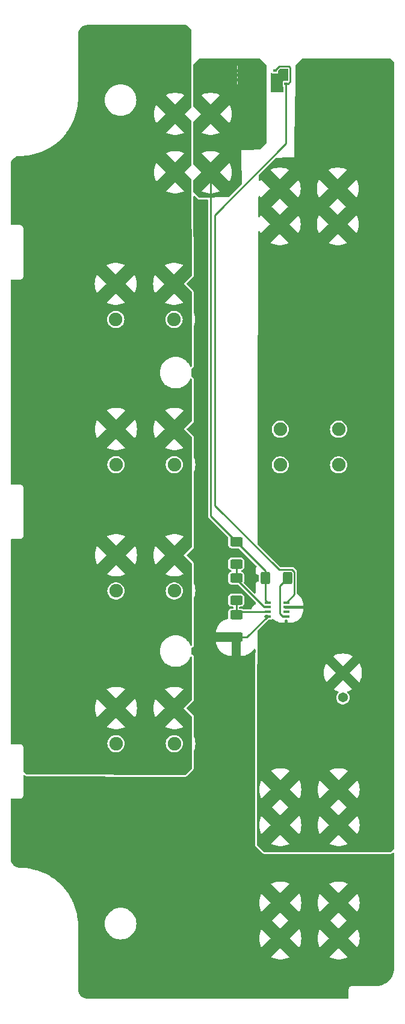
<source format=gbr>
%TF.GenerationSoftware,KiCad,Pcbnew,7.0.8*%
%TF.CreationDate,2024-04-29T16:50:17-06:00*%
%TF.ProjectId,GR-LRR-POWER-PCB-INPUT,47522d4c-5252-42d5-904f-5745522d5043,rev?*%
%TF.SameCoordinates,Original*%
%TF.FileFunction,Copper,L1,Top*%
%TF.FilePolarity,Positive*%
%FSLAX46Y46*%
G04 Gerber Fmt 4.6, Leading zero omitted, Abs format (unit mm)*
G04 Created by KiCad (PCBNEW 7.0.8) date 2024-04-29 16:50:17*
%MOMM*%
%LPD*%
G01*
G04 APERTURE LIST*
G04 Aperture macros list*
%AMRoundRect*
0 Rectangle with rounded corners*
0 $1 Rounding radius*
0 $2 $3 $4 $5 $6 $7 $8 $9 X,Y pos of 4 corners*
0 Add a 4 corners polygon primitive as box body*
4,1,4,$2,$3,$4,$5,$6,$7,$8,$9,$2,$3,0*
0 Add four circle primitives for the rounded corners*
1,1,$1+$1,$2,$3*
1,1,$1+$1,$4,$5*
1,1,$1+$1,$6,$7*
1,1,$1+$1,$8,$9*
0 Add four rect primitives between the rounded corners*
20,1,$1+$1,$2,$3,$4,$5,0*
20,1,$1+$1,$4,$5,$6,$7,0*
20,1,$1+$1,$6,$7,$8,$9,0*
20,1,$1+$1,$8,$9,$2,$3,0*%
G04 Aperture macros list end*
%TA.AperFunction,ComponentPad*%
%ADD10C,1.905000*%
%TD*%
%TA.AperFunction,SMDPad,CuDef*%
%ADD11R,0.876300X0.406400*%
%TD*%
%TA.AperFunction,SMDPad,CuDef*%
%ADD12RoundRect,0.250000X0.400000X0.625000X-0.400000X0.625000X-0.400000X-0.625000X0.400000X-0.625000X0*%
%TD*%
%TA.AperFunction,ComponentPad*%
%ADD13C,1.371600*%
%TD*%
%TA.AperFunction,SMDPad,CuDef*%
%ADD14RoundRect,0.250000X-0.625000X0.400000X-0.625000X-0.400000X0.625000X-0.400000X0.625000X0.400000X0*%
%TD*%
%TA.AperFunction,SMDPad,CuDef*%
%ADD15R,0.558800X0.406400*%
%TD*%
%TA.AperFunction,SMDPad,CuDef*%
%ADD16R,0.508000X0.406400*%
%TD*%
%TA.AperFunction,ViaPad*%
%ADD17C,0.800000*%
%TD*%
%TA.AperFunction,Conductor*%
%ADD18C,0.250000*%
%TD*%
G04 APERTURE END LIST*
D10*
%TO.P,J3,1_1,1_1*%
%TO.N,BV1*%
X64907600Y-98957099D03*
%TO.P,J3,1_2,1_2*%
X56707601Y-98957099D03*
%TO.P,J3,2_1,2_1*%
%TO.N,BG*%
X64907600Y-103957099D03*
%TO.P,J3,2_2,2_2*%
X56707601Y-103957099D03*
%TD*%
D11*
%TO.P,U1,1,VIN*%
%TO.N,BV*%
X78026000Y-105602002D03*
%TO.P,U1,2,UV*%
%TO.N,Net-(U1-UV)*%
X78026000Y-106252000D03*
%TO.P,U1,3,OV*%
%TO.N,Net-(U1-OV)*%
X78026000Y-106902002D03*
%TO.P,U1,4,GND*%
%TO.N,BG*%
X78026000Y-107552000D03*
%TO.P,U1,5,\u002ASHDN*%
%TO.N,Net-(U1-\u002ASHDN)*%
X80654900Y-107552000D03*
%TO.P,U1,6,\u002AFAULT*%
%TO.N,unconnected-(U1-\u002AFAULT-Pad6)*%
X80654900Y-106902002D03*
%TO.P,U1,7,VOUT*%
%TO.N,BV_OUT*%
X80654900Y-106252000D03*
%TO.P,U1,8,GATE*%
%TO.N,Net-(U1-GATE)*%
X80654900Y-105602002D03*
%TD*%
D10*
%TO.P,J1,1_1,1_1*%
%TO.N,BV1*%
X64882399Y-60830000D03*
%TO.P,J1,1_2,1_2*%
X56682400Y-60830000D03*
%TO.P,J1,2_1,2_1*%
%TO.N,BG*%
X64882399Y-65830000D03*
%TO.P,J1,2_2,2_2*%
X56682400Y-65830000D03*
%TD*%
%TO.P,J4,1_1,1_1*%
%TO.N,BV1*%
X64907600Y-120420099D03*
%TO.P,J4,1_2,1_2*%
X56707601Y-120420099D03*
%TO.P,J4,2_1,2_1*%
%TO.N,BG*%
X64907600Y-125420099D03*
%TO.P,J4,2_2,2_2*%
X56707601Y-125420099D03*
%TD*%
%TO.P,J7,1_1,1_1*%
%TO.N,BV_OUT*%
X79826001Y-136852000D03*
%TO.P,J7,1_2,1_2*%
X88026000Y-136852000D03*
%TO.P,J7,2_1,2_1*%
X79826001Y-131852000D03*
%TO.P,J7,2_2,2_2*%
X88026000Y-131852000D03*
%TD*%
%TO.P,J6,1_1,1_1*%
%TO.N,BG*%
X79826001Y-152752000D03*
%TO.P,J6,1_2,1_2*%
X88026000Y-152752000D03*
%TO.P,J6,2_1,2_1*%
X79826001Y-147752000D03*
%TO.P,J6,2_2,2_2*%
X88026000Y-147752000D03*
%TD*%
%TO.P,J9,1_1,1_1*%
%TO.N,BG*%
X79826001Y-86252000D03*
%TO.P,J9,1_2,1_2*%
X88026000Y-86252000D03*
%TO.P,J9,2_1,2_1*%
X79826001Y-81252000D03*
%TO.P,J9,2_2,2_2*%
X88026000Y-81252000D03*
%TD*%
%TO.P,J5,1_1,1_1*%
%TO.N,BV_OUT*%
X79726001Y-52452000D03*
%TO.P,J5,1_2,1_2*%
X87926000Y-52452000D03*
%TO.P,J5,2_1,2_1*%
X79726001Y-47452000D03*
%TO.P,J5,2_2,2_2*%
X87926000Y-47452000D03*
%TD*%
D12*
%TO.P,R4,1*%
%TO.N,Net-(U1-\u002ASHDN)*%
X80820000Y-102167200D03*
%TO.P,R4,2*%
%TO.N,BV*%
X77720000Y-102167200D03*
%TD*%
D13*
%TO.P,C1,1*%
%TO.N,BV_OUT*%
X88626000Y-115452000D03*
%TO.P,C1,2*%
%TO.N,BG*%
X88626000Y-118952001D03*
%TD*%
D14*
%TO.P,R1,1*%
%TO.N,Net-(U1-OV)*%
X73631200Y-107347600D03*
%TO.P,R1,2*%
%TO.N,BG*%
X73631200Y-110447600D03*
%TD*%
%TO.P,R2,1*%
%TO.N,Net-(U1-UV)*%
X73631200Y-102166000D03*
%TO.P,R2,2*%
%TO.N,Net-(U1-OV)*%
X73631200Y-105266000D03*
%TD*%
D15*
%TO.P,U3,1,S*%
%TO.N,Net-(U2-S-Pad1)*%
X79043500Y-32826999D03*
%TO.P,U3,2,S*%
X79043500Y-32177001D03*
%TO.P,U3,3,S*%
X79043500Y-31526999D03*
%TO.P,U3,4,G*%
%TO.N,Net-(U1-GATE)*%
X79043500Y-30877001D03*
D16*
%TO.P,U3,5,D*%
%TO.N,BV*%
X76008500Y-30877001D03*
%TO.P,U3,6,D*%
X76008500Y-31526999D03*
%TO.P,U3,7,D*%
X76008500Y-32177001D03*
%TO.P,U3,8,D*%
X76008500Y-32826999D03*
%TD*%
D15*
%TO.P,U2,1,S*%
%TO.N,Net-(U2-S-Pad1)*%
X80631300Y-30775401D03*
%TO.P,U2,2,S*%
X80631300Y-31425399D03*
%TO.P,U2,3,S*%
X80631300Y-32075401D03*
%TO.P,U2,4,G*%
%TO.N,Net-(U1-GATE)*%
X80631300Y-32725399D03*
D16*
%TO.P,U2,5,D*%
%TO.N,BV_OUT*%
X83666300Y-32725399D03*
%TO.P,U2,6,D*%
X83666300Y-32075401D03*
%TO.P,U2,7,D*%
X83666300Y-31425399D03*
%TO.P,U2,8,D*%
X83666300Y-30775401D03*
%TD*%
D10*
%TO.P,J2,1_1,1_1*%
%TO.N,BV1*%
X64907600Y-81227899D03*
%TO.P,J2,1_2,1_2*%
X56707601Y-81227899D03*
%TO.P,J2,2_1,2_1*%
%TO.N,BG*%
X64907600Y-86227899D03*
%TO.P,J2,2_2,2_2*%
X56707601Y-86227899D03*
%TD*%
D14*
%TO.P,R3,1*%
%TO.N,BV*%
X73631200Y-97061200D03*
%TO.P,R3,2*%
%TO.N,Net-(U1-UV)*%
X73631200Y-100161200D03*
%TD*%
D10*
%TO.P,J8,1_1,1_1*%
%TO.N,BV*%
X70026000Y-45152000D03*
%TO.P,J8,1_2,1_2*%
X70026000Y-36952001D03*
%TO.P,J8,2_1,2_1*%
%TO.N,BV1*%
X65026000Y-45152000D03*
%TO.P,J8,2_2,2_2*%
X65026000Y-36952001D03*
%TD*%
D17*
%TO.N,BG*%
X73678000Y-112409200D03*
%TD*%
D18*
%TO.N,Net-(U1-OV)*%
X78026000Y-106902002D02*
X74076798Y-106902002D01*
X73631200Y-105266000D02*
X73631200Y-107347600D01*
X74076798Y-106902002D02*
X73631200Y-107347600D01*
%TO.N,Net-(U1-UV)*%
X78026000Y-106252000D02*
X77575028Y-106252000D01*
X73631200Y-102308172D02*
X73631200Y-102166000D01*
X77575028Y-106252000D02*
X73631200Y-102308172D01*
X73631200Y-102166000D02*
X73631200Y-100161200D01*
%TO.N,Net-(U1-\u002ASHDN)*%
X80203928Y-107552000D02*
X80654900Y-107552000D01*
X79778000Y-107126072D02*
X80203928Y-107552000D01*
X79778000Y-103209200D02*
X79778000Y-107126072D01*
X80820000Y-102167200D02*
X79778000Y-103209200D01*
%TO.N,BV_OUT*%
X80654900Y-106252000D02*
X81105868Y-106252000D01*
%TO.N,BG*%
X75130400Y-110447600D02*
X78026000Y-107552000D01*
X73631200Y-110447600D02*
X73631200Y-112362400D01*
X73631200Y-110447600D02*
X75130400Y-110447600D01*
X73631200Y-112362400D02*
X73678000Y-112409200D01*
%TO.N,BV*%
X78026000Y-105602002D02*
X77720000Y-105296002D01*
X77720000Y-102167200D02*
X77720000Y-101150000D01*
X73631200Y-97057200D02*
X70026000Y-93452000D01*
X70026000Y-93452000D02*
X70026000Y-45152000D01*
X77720000Y-105296002D02*
X77720000Y-102167200D01*
X73631200Y-97061200D02*
X73631200Y-97057200D01*
X77720000Y-101150000D02*
X73631200Y-97061200D01*
%TO.N,Net-(U1-GATE)*%
X79641200Y-100967200D02*
X70626000Y-91952000D01*
X79673300Y-30247201D02*
X81045320Y-30247201D01*
X81795000Y-104461902D02*
X81795000Y-101304026D01*
X81045320Y-30247201D02*
X81235700Y-30437581D01*
X81458174Y-100967200D02*
X79641200Y-100967200D01*
X80923522Y-32725399D02*
X80631300Y-32725399D01*
X81235700Y-32413221D02*
X80923522Y-32725399D01*
X81235700Y-30437581D02*
X81235700Y-32413221D01*
X81795000Y-101304026D02*
X81458174Y-100967200D01*
X70626000Y-51152000D02*
X80631300Y-41146700D01*
X70626000Y-91952000D02*
X70626000Y-51152000D01*
X79043500Y-30877001D02*
X79673300Y-30247201D01*
X80631300Y-41146700D02*
X80631300Y-32725399D01*
X80654900Y-105602002D02*
X81795000Y-104461902D01*
%TD*%
%TA.AperFunction,Conductor*%
%TO.N,BV_OUT*%
G36*
X95342023Y-29171685D02*
G01*
X95362246Y-29187900D01*
X95834667Y-29655823D01*
X95868444Y-29716982D01*
X95871405Y-29743920D01*
X95871405Y-50052000D01*
X89178963Y-50052000D01*
X87926000Y-48799038D01*
X86673035Y-50052000D01*
X80978964Y-50052000D01*
X79726001Y-48799038D01*
X78473036Y-50052000D01*
X76732142Y-50052000D01*
X76740491Y-49052105D01*
X76747057Y-48599040D01*
X76767710Y-48532297D01*
X76821171Y-48487312D01*
X76890467Y-48478372D01*
X76953595Y-48508315D01*
X76984902Y-48551727D01*
X77073603Y-48757358D01*
X77073604Y-48757359D01*
X78294150Y-47536813D01*
X79027501Y-47536813D01*
X79068096Y-47701511D01*
X79146925Y-47851707D01*
X79259408Y-47978675D01*
X79399008Y-48075033D01*
X79557611Y-48135184D01*
X79683751Y-48150500D01*
X79768251Y-48150500D01*
X79894391Y-48135184D01*
X80052994Y-48075033D01*
X80192594Y-47978675D01*
X80305077Y-47851707D01*
X80383906Y-47701511D01*
X80424501Y-47536813D01*
X80424501Y-47452001D01*
X81073039Y-47452001D01*
X82378397Y-48757359D01*
X82505145Y-48463527D01*
X82603784Y-48134048D01*
X82603787Y-48134038D01*
X82663505Y-47795356D01*
X82663506Y-47795345D01*
X82683505Y-47452003D01*
X84968496Y-47452003D01*
X84988494Y-47795345D01*
X84988495Y-47795356D01*
X85048213Y-48134038D01*
X85048216Y-48134048D01*
X85146855Y-48463527D01*
X85273602Y-48757358D01*
X85273603Y-48757359D01*
X86494149Y-47536813D01*
X87227500Y-47536813D01*
X87268095Y-47701511D01*
X87346924Y-47851707D01*
X87459407Y-47978675D01*
X87599007Y-48075033D01*
X87757610Y-48135184D01*
X87883750Y-48150500D01*
X87968250Y-48150500D01*
X88094390Y-48135184D01*
X88252993Y-48075033D01*
X88392593Y-47978675D01*
X88505076Y-47851707D01*
X88583905Y-47701511D01*
X88624500Y-47536813D01*
X88624500Y-47452001D01*
X89273038Y-47452001D01*
X90578396Y-48757359D01*
X90705144Y-48463527D01*
X90803783Y-48134048D01*
X90803786Y-48134038D01*
X90863504Y-47795356D01*
X90863505Y-47795345D01*
X90883504Y-47452003D01*
X90883504Y-47451996D01*
X90863505Y-47108654D01*
X90863504Y-47108643D01*
X90803786Y-46769961D01*
X90803783Y-46769951D01*
X90705144Y-46440472D01*
X90578396Y-46146639D01*
X89273038Y-47451999D01*
X89273038Y-47452001D01*
X88624500Y-47452001D01*
X88624500Y-47367187D01*
X88583905Y-47202489D01*
X88505076Y-47052293D01*
X88392593Y-46925325D01*
X88252993Y-46828967D01*
X88094390Y-46768816D01*
X87968250Y-46753500D01*
X87883750Y-46753500D01*
X87757610Y-46768816D01*
X87599007Y-46828967D01*
X87459407Y-46925325D01*
X87346924Y-47052293D01*
X87268095Y-47202489D01*
X87227500Y-47367187D01*
X87227500Y-47536813D01*
X86494149Y-47536813D01*
X86578962Y-47452000D01*
X86578962Y-47451999D01*
X85273603Y-46146640D01*
X85273602Y-46146640D01*
X85146855Y-46440472D01*
X85048216Y-46769951D01*
X85048213Y-46769961D01*
X84988495Y-47108643D01*
X84988494Y-47108654D01*
X84968496Y-47451996D01*
X84968496Y-47452003D01*
X82683505Y-47452003D01*
X82683505Y-47451996D01*
X82663506Y-47108654D01*
X82663505Y-47108643D01*
X82603787Y-46769961D01*
X82603784Y-46769951D01*
X82505145Y-46440472D01*
X82378397Y-46146639D01*
X81073039Y-47451999D01*
X81073039Y-47452001D01*
X80424501Y-47452001D01*
X80424501Y-47367187D01*
X80383906Y-47202489D01*
X80305077Y-47052293D01*
X80192594Y-46925325D01*
X80052994Y-46828967D01*
X79894391Y-46768816D01*
X79768251Y-46753500D01*
X79683751Y-46753500D01*
X79557611Y-46768816D01*
X79399008Y-46828967D01*
X79259408Y-46925325D01*
X79146925Y-47052293D01*
X79068096Y-47202489D01*
X79027501Y-47367187D01*
X79027501Y-47536813D01*
X78294150Y-47536813D01*
X78378963Y-47452000D01*
X78378963Y-47451999D01*
X77073603Y-46146640D01*
X77019360Y-46272389D01*
X76974732Y-46326149D01*
X76908124Y-46347247D01*
X76840683Y-46328985D01*
X76793821Y-46277161D01*
X76781514Y-46221481D01*
X76790991Y-45567619D01*
X76811644Y-45500876D01*
X76827287Y-45481749D01*
X77506743Y-44802293D01*
X78423332Y-44802293D01*
X79726001Y-46104962D01*
X79726002Y-46104962D01*
X81028668Y-44802293D01*
X86623331Y-44802293D01*
X87926000Y-46104962D01*
X87926001Y-46104962D01*
X89228667Y-44802293D01*
X89097403Y-44736370D01*
X88774219Y-44618741D01*
X88439566Y-44539427D01*
X88097957Y-44499500D01*
X87754043Y-44499500D01*
X87412434Y-44539427D01*
X87412432Y-44539427D01*
X87077780Y-44618741D01*
X86754592Y-44736372D01*
X86623331Y-44802293D01*
X81028668Y-44802293D01*
X80897404Y-44736370D01*
X80574220Y-44618741D01*
X80239567Y-44539427D01*
X79897958Y-44499500D01*
X79554044Y-44499500D01*
X79212435Y-44539427D01*
X79212433Y-44539427D01*
X78877781Y-44618741D01*
X78554593Y-44736372D01*
X78423332Y-44802293D01*
X77506743Y-44802293D01*
X79169317Y-43139719D01*
X79230636Y-43106237D01*
X79254497Y-43103430D01*
X80826200Y-43071996D01*
X81826000Y-43052000D01*
X81887305Y-34530496D01*
X81907472Y-34463603D01*
X81926000Y-34447780D01*
X81926000Y-35552000D01*
X86026000Y-35552000D01*
X86026000Y-29152000D01*
X95274984Y-29152000D01*
X95342023Y-29171685D01*
G37*
%TD.AperFunction*%
%TD*%
%TA.AperFunction,Conductor*%
%TO.N,Net-(U2-S-Pad1)*%
G36*
X80895848Y-30587053D02*
G01*
X80910200Y-30621701D01*
X80910200Y-32258098D01*
X80895848Y-32292746D01*
X80881247Y-32307347D01*
X80846599Y-32321699D01*
X80332152Y-32321699D01*
X80273669Y-32333332D01*
X80207347Y-32377646D01*
X80164329Y-32442028D01*
X80163033Y-32443968D01*
X80151400Y-32502451D01*
X80151400Y-32948347D01*
X80163033Y-33006830D01*
X80180782Y-33033394D01*
X80207347Y-33073151D01*
X80273669Y-33117466D01*
X80275548Y-33118244D01*
X80276986Y-33119682D01*
X80277682Y-33120147D01*
X80277589Y-33120285D01*
X80302069Y-33144760D01*
X80305800Y-33163515D01*
X80305800Y-33835000D01*
X80291448Y-33869648D01*
X80256800Y-33884000D01*
X78611496Y-33884000D01*
X78576848Y-33869648D01*
X78505552Y-33798352D01*
X78491200Y-33763704D01*
X78491200Y-31194198D01*
X78505552Y-31159550D01*
X78540200Y-31145198D01*
X78574848Y-31159550D01*
X78580938Y-31166970D01*
X78596242Y-31189874D01*
X78619547Y-31224753D01*
X78646112Y-31242502D01*
X78685869Y-31269068D01*
X78744352Y-31280701D01*
X78744355Y-31280701D01*
X79342645Y-31280701D01*
X79342648Y-31280701D01*
X79401131Y-31269068D01*
X79467452Y-31224753D01*
X79511767Y-31158432D01*
X79523400Y-31099949D01*
X79523400Y-30877723D01*
X79537752Y-30843075D01*
X79793774Y-30587053D01*
X79828422Y-30572701D01*
X80861200Y-30572701D01*
X80895848Y-30587053D01*
G37*
%TD.AperFunction*%
%TD*%
%TA.AperFunction,Conductor*%
%TO.N,BV*%
G36*
X76940352Y-29166352D02*
G01*
X77911648Y-30137648D01*
X77926000Y-30172296D01*
X77926000Y-34452000D01*
X73826000Y-34452000D01*
X73826000Y-29152000D01*
X76905704Y-29152000D01*
X76940352Y-29166352D01*
G37*
%TD.AperFunction*%
%TD*%
%TA.AperFunction,Conductor*%
%TO.N,BV_OUT*%
G36*
X79726001Y-51104962D02*
G01*
X79726002Y-51104962D01*
X80778962Y-50052000D01*
X86873037Y-50052000D01*
X87926000Y-51104962D01*
X87926001Y-51104962D01*
X88978961Y-50052000D01*
X95871405Y-50052000D01*
X95871405Y-140101138D01*
X95851720Y-140168177D01*
X95835086Y-140188819D01*
X95408224Y-140615681D01*
X95346901Y-140649166D01*
X95320543Y-140652000D01*
X77577442Y-140652000D01*
X77510403Y-140632315D01*
X77489664Y-140615584D01*
X76564543Y-139688417D01*
X76531126Y-139627057D01*
X76528321Y-139600564D01*
X76528539Y-139501706D01*
X78523331Y-139501706D01*
X78654586Y-139567624D01*
X78654587Y-139567625D01*
X78977781Y-139685258D01*
X79312434Y-139764572D01*
X79654043Y-139804499D01*
X79654044Y-139804500D01*
X79997958Y-139804500D01*
X79997958Y-139804499D01*
X80339566Y-139764572D01*
X80339568Y-139764572D01*
X80674220Y-139685258D01*
X80997414Y-139567625D01*
X80997415Y-139567624D01*
X81128669Y-139501706D01*
X86723330Y-139501706D01*
X86854585Y-139567624D01*
X86854586Y-139567625D01*
X87177780Y-139685258D01*
X87512433Y-139764572D01*
X87854042Y-139804499D01*
X87854043Y-139804500D01*
X88197957Y-139804500D01*
X88197957Y-139804499D01*
X88539565Y-139764572D01*
X88539567Y-139764572D01*
X88874219Y-139685258D01*
X89197413Y-139567625D01*
X89197414Y-139567624D01*
X89328668Y-139501706D01*
X89328668Y-139501705D01*
X88026000Y-138199038D01*
X86723330Y-139501705D01*
X86723330Y-139501706D01*
X81128669Y-139501706D01*
X81128669Y-139501705D01*
X79826001Y-138199038D01*
X78523331Y-139501705D01*
X78523331Y-139501706D01*
X76528539Y-139501706D01*
X76534388Y-136852003D01*
X76868497Y-136852003D01*
X76888495Y-137195345D01*
X76888496Y-137195356D01*
X76948214Y-137534038D01*
X76948217Y-137534048D01*
X77046856Y-137863527D01*
X77173603Y-138157358D01*
X77173604Y-138157359D01*
X78394150Y-136936813D01*
X79127501Y-136936813D01*
X79168096Y-137101511D01*
X79246925Y-137251707D01*
X79359408Y-137378675D01*
X79499008Y-137475033D01*
X79657611Y-137535184D01*
X79783751Y-137550500D01*
X79868251Y-137550500D01*
X79994391Y-137535184D01*
X80152994Y-137475033D01*
X80292594Y-137378675D01*
X80405077Y-137251707D01*
X80483906Y-137101511D01*
X80524501Y-136936813D01*
X80524501Y-136852001D01*
X81173039Y-136852001D01*
X82478397Y-138157359D01*
X82605145Y-137863527D01*
X82703784Y-137534048D01*
X82703787Y-137534038D01*
X82763505Y-137195356D01*
X82763506Y-137195345D01*
X82783505Y-136852003D01*
X85068496Y-136852003D01*
X85088494Y-137195345D01*
X85088495Y-137195356D01*
X85148213Y-137534038D01*
X85148216Y-137534048D01*
X85246855Y-137863527D01*
X85373602Y-138157358D01*
X85373603Y-138157359D01*
X86594149Y-136936813D01*
X87327500Y-136936813D01*
X87368095Y-137101511D01*
X87446924Y-137251707D01*
X87559407Y-137378675D01*
X87699007Y-137475033D01*
X87857610Y-137535184D01*
X87983750Y-137550500D01*
X88068250Y-137550500D01*
X88194390Y-137535184D01*
X88352993Y-137475033D01*
X88492593Y-137378675D01*
X88605076Y-137251707D01*
X88683905Y-137101511D01*
X88724500Y-136936813D01*
X88724500Y-136852000D01*
X89373038Y-136852000D01*
X90678396Y-138157359D01*
X90805144Y-137863527D01*
X90903783Y-137534048D01*
X90903786Y-137534038D01*
X90963504Y-137195356D01*
X90963505Y-137195345D01*
X90983504Y-136852003D01*
X90983504Y-136851996D01*
X90963505Y-136508654D01*
X90963504Y-136508643D01*
X90903786Y-136169961D01*
X90903783Y-136169951D01*
X90805144Y-135840472D01*
X90678396Y-135546639D01*
X89373038Y-136851999D01*
X89373038Y-136852000D01*
X88724500Y-136852000D01*
X88724500Y-136767187D01*
X88683905Y-136602489D01*
X88605076Y-136452293D01*
X88492593Y-136325325D01*
X88352993Y-136228967D01*
X88194390Y-136168816D01*
X88068250Y-136153500D01*
X87983750Y-136153500D01*
X87857610Y-136168816D01*
X87699007Y-136228967D01*
X87559407Y-136325325D01*
X87446924Y-136452293D01*
X87368095Y-136602489D01*
X87327500Y-136767187D01*
X87327500Y-136936813D01*
X86594149Y-136936813D01*
X86678962Y-136852000D01*
X86678962Y-136851999D01*
X85373602Y-135546640D01*
X85246855Y-135840472D01*
X85148216Y-136169951D01*
X85148213Y-136169961D01*
X85088495Y-136508643D01*
X85088494Y-136508654D01*
X85068496Y-136851996D01*
X85068496Y-136852003D01*
X82783505Y-136852003D01*
X82783505Y-136851996D01*
X82763506Y-136508654D01*
X82763505Y-136508643D01*
X82703787Y-136169961D01*
X82703784Y-136169951D01*
X82605145Y-135840472D01*
X82478397Y-135546639D01*
X81173039Y-136851999D01*
X81173039Y-136852001D01*
X80524501Y-136852001D01*
X80524501Y-136767187D01*
X80483906Y-136602489D01*
X80405077Y-136452293D01*
X80292594Y-136325325D01*
X80152994Y-136228967D01*
X79994391Y-136168816D01*
X79868251Y-136153500D01*
X79783751Y-136153500D01*
X79657611Y-136168816D01*
X79499008Y-136228967D01*
X79359408Y-136325325D01*
X79246925Y-136452293D01*
X79168096Y-136602489D01*
X79127501Y-136767187D01*
X79127501Y-136936813D01*
X78394150Y-136936813D01*
X78478963Y-136852000D01*
X78478963Y-136851999D01*
X77173604Y-135546640D01*
X77173603Y-135546640D01*
X77046856Y-135840472D01*
X76948217Y-136169951D01*
X76948214Y-136169961D01*
X76888496Y-136508643D01*
X76888495Y-136508654D01*
X76868497Y-136851996D01*
X76868497Y-136852003D01*
X76534388Y-136852003D01*
X76539907Y-134352000D01*
X78673039Y-134352000D01*
X79826001Y-135504962D01*
X80978963Y-134352000D01*
X86873038Y-134352000D01*
X88026000Y-135504962D01*
X89178962Y-134352000D01*
X88026000Y-133199038D01*
X86873038Y-134352000D01*
X80978963Y-134352000D01*
X79826001Y-133199038D01*
X78673039Y-134352000D01*
X76539907Y-134352000D01*
X76545426Y-131852003D01*
X76868497Y-131852003D01*
X76888495Y-132195345D01*
X76888496Y-132195356D01*
X76948214Y-132534038D01*
X76948217Y-132534048D01*
X77046856Y-132863527D01*
X77173603Y-133157358D01*
X77173604Y-133157359D01*
X78394150Y-131936813D01*
X79127501Y-131936813D01*
X79168096Y-132101511D01*
X79246925Y-132251707D01*
X79359408Y-132378675D01*
X79499008Y-132475033D01*
X79657611Y-132535184D01*
X79783751Y-132550500D01*
X79868251Y-132550500D01*
X79994391Y-132535184D01*
X80152994Y-132475033D01*
X80292594Y-132378675D01*
X80405077Y-132251707D01*
X80483906Y-132101511D01*
X80524501Y-131936813D01*
X80524501Y-131852001D01*
X81173039Y-131852001D01*
X82478397Y-133157359D01*
X82605145Y-132863527D01*
X82703784Y-132534048D01*
X82703787Y-132534038D01*
X82763505Y-132195356D01*
X82763506Y-132195345D01*
X82783505Y-131852003D01*
X85068496Y-131852003D01*
X85088494Y-132195345D01*
X85088495Y-132195356D01*
X85148213Y-132534038D01*
X85148216Y-132534048D01*
X85246855Y-132863527D01*
X85373602Y-133157358D01*
X85373603Y-133157359D01*
X86594149Y-131936813D01*
X87327500Y-131936813D01*
X87368095Y-132101511D01*
X87446924Y-132251707D01*
X87559407Y-132378675D01*
X87699007Y-132475033D01*
X87857610Y-132535184D01*
X87983750Y-132550500D01*
X88068250Y-132550500D01*
X88194390Y-132535184D01*
X88352993Y-132475033D01*
X88492593Y-132378675D01*
X88605076Y-132251707D01*
X88683905Y-132101511D01*
X88724500Y-131936813D01*
X88724500Y-131852000D01*
X89373038Y-131852000D01*
X90678396Y-133157359D01*
X90805144Y-132863527D01*
X90903783Y-132534048D01*
X90903786Y-132534038D01*
X90963504Y-132195356D01*
X90963505Y-132195345D01*
X90983504Y-131852003D01*
X90983504Y-131851996D01*
X90963505Y-131508654D01*
X90963504Y-131508643D01*
X90903786Y-131169961D01*
X90903783Y-131169951D01*
X90805144Y-130840472D01*
X90678396Y-130546639D01*
X89373038Y-131851999D01*
X89373038Y-131852000D01*
X88724500Y-131852000D01*
X88724500Y-131767187D01*
X88683905Y-131602489D01*
X88605076Y-131452293D01*
X88492593Y-131325325D01*
X88352993Y-131228967D01*
X88194390Y-131168816D01*
X88068250Y-131153500D01*
X87983750Y-131153500D01*
X87857610Y-131168816D01*
X87699007Y-131228967D01*
X87559407Y-131325325D01*
X87446924Y-131452293D01*
X87368095Y-131602489D01*
X87327500Y-131767187D01*
X87327500Y-131936813D01*
X86594149Y-131936813D01*
X86678962Y-131852000D01*
X86678962Y-131851999D01*
X85373602Y-130546640D01*
X85246855Y-130840472D01*
X85148216Y-131169951D01*
X85148213Y-131169961D01*
X85088495Y-131508643D01*
X85088494Y-131508654D01*
X85068496Y-131851996D01*
X85068496Y-131852003D01*
X82783505Y-131852003D01*
X82783505Y-131851996D01*
X82763506Y-131508654D01*
X82763505Y-131508643D01*
X82703787Y-131169961D01*
X82703784Y-131169951D01*
X82605145Y-130840472D01*
X82478397Y-130546639D01*
X81173039Y-131851999D01*
X81173039Y-131852001D01*
X80524501Y-131852001D01*
X80524501Y-131767187D01*
X80483906Y-131602489D01*
X80405077Y-131452293D01*
X80292594Y-131325325D01*
X80152994Y-131228967D01*
X79994391Y-131168816D01*
X79868251Y-131153500D01*
X79783751Y-131153500D01*
X79657611Y-131168816D01*
X79499008Y-131228967D01*
X79359408Y-131325325D01*
X79246925Y-131452293D01*
X79168096Y-131602489D01*
X79127501Y-131767187D01*
X79127501Y-131936813D01*
X78394150Y-131936813D01*
X78478963Y-131852000D01*
X78478963Y-131851999D01*
X77173604Y-130546640D01*
X77173603Y-130546640D01*
X77046856Y-130840472D01*
X76948217Y-131169951D01*
X76948214Y-131169961D01*
X76888496Y-131508643D01*
X76888495Y-131508654D01*
X76868497Y-131851996D01*
X76868497Y-131852003D01*
X76545426Y-131852003D01*
X76551275Y-129202293D01*
X78523332Y-129202293D01*
X79826001Y-130504962D01*
X79826002Y-130504962D01*
X81128668Y-129202293D01*
X86723331Y-129202293D01*
X88026000Y-130504962D01*
X88026001Y-130504962D01*
X89328667Y-129202293D01*
X89197403Y-129136370D01*
X88874219Y-129018741D01*
X88539566Y-128939427D01*
X88197957Y-128899500D01*
X87854043Y-128899500D01*
X87512434Y-128939427D01*
X87512432Y-128939427D01*
X87177780Y-129018741D01*
X86854592Y-129136372D01*
X86723331Y-129202293D01*
X81128668Y-129202293D01*
X80997404Y-129136370D01*
X80674220Y-129018741D01*
X80339567Y-128939427D01*
X79997958Y-128899500D01*
X79654044Y-128899500D01*
X79312435Y-128939427D01*
X79312433Y-128939427D01*
X78977781Y-129018741D01*
X78654593Y-129136372D01*
X78523332Y-129202293D01*
X76551275Y-129202293D01*
X76576504Y-117773392D01*
X87274473Y-117773392D01*
X87375571Y-117834507D01*
X87671849Y-117967852D01*
X87671863Y-117967857D01*
X87940324Y-118051512D01*
X87998472Y-118090250D01*
X88026446Y-118154275D01*
X88015365Y-118223260D01*
X87995584Y-118252870D01*
X87864344Y-118398627D01*
X87765936Y-118569074D01*
X87705117Y-118756257D01*
X87705116Y-118756261D01*
X87684543Y-118952001D01*
X87705116Y-119147741D01*
X87705117Y-119147744D01*
X87765936Y-119334927D01*
X87843548Y-119469354D01*
X87864345Y-119505376D01*
X87910220Y-119556326D01*
X87996036Y-119651635D01*
X87996039Y-119651637D01*
X87996042Y-119651640D01*
X88115463Y-119738405D01*
X88155272Y-119767328D01*
X88224292Y-119798057D01*
X88335074Y-119847380D01*
X88527591Y-119888301D01*
X88724409Y-119888301D01*
X88916926Y-119847380D01*
X89096729Y-119767327D01*
X89255958Y-119651640D01*
X89387655Y-119505376D01*
X89486064Y-119334926D01*
X89546884Y-119147741D01*
X89567457Y-118952001D01*
X89546884Y-118756261D01*
X89486064Y-118569076D01*
X89387655Y-118398626D01*
X89308564Y-118310787D01*
X89256416Y-118252870D01*
X89226186Y-118189878D01*
X89234811Y-118120543D01*
X89279553Y-118066878D01*
X89311676Y-118051512D01*
X89580136Y-117967857D01*
X89580150Y-117967852D01*
X89876428Y-117834507D01*
X89977525Y-117773392D01*
X88626000Y-116421867D01*
X87274473Y-117773392D01*
X76576504Y-117773392D01*
X76581629Y-115452000D01*
X85935291Y-115452000D01*
X85954908Y-115776323D01*
X86013480Y-116095937D01*
X86110136Y-116406121D01*
X86110147Y-116406150D01*
X86243486Y-116702416D01*
X86243495Y-116702432D01*
X86304607Y-116803524D01*
X87656132Y-115452000D01*
X87656132Y-115451999D01*
X87623500Y-115419367D01*
X88190544Y-115419367D01*
X88200271Y-115549170D01*
X88247827Y-115670338D01*
X88328984Y-115772107D01*
X88436533Y-115845432D01*
X88560917Y-115883800D01*
X88658357Y-115883800D01*
X88754713Y-115869277D01*
X88871989Y-115812799D01*
X88967408Y-115724264D01*
X89032491Y-115611536D01*
X89061456Y-115484633D01*
X89059011Y-115452000D01*
X89595867Y-115452000D01*
X90947392Y-116803525D01*
X91008507Y-116702428D01*
X91141852Y-116406150D01*
X91141863Y-116406121D01*
X91238519Y-116095937D01*
X91297091Y-115776323D01*
X91316708Y-115452000D01*
X91297091Y-115127676D01*
X91238519Y-114808062D01*
X91141863Y-114497878D01*
X91141852Y-114497849D01*
X91008507Y-114201571D01*
X90947392Y-114100473D01*
X89595867Y-115451999D01*
X89595867Y-115452000D01*
X89059011Y-115452000D01*
X89051729Y-115354830D01*
X89004173Y-115233662D01*
X88923016Y-115131893D01*
X88815467Y-115058568D01*
X88691083Y-115020200D01*
X88593643Y-115020200D01*
X88497287Y-115034723D01*
X88380011Y-115091201D01*
X88284592Y-115179736D01*
X88219509Y-115292464D01*
X88190544Y-115419367D01*
X87623500Y-115419367D01*
X86304607Y-114100473D01*
X86304606Y-114100474D01*
X86243499Y-114201559D01*
X86243486Y-114201583D01*
X86110147Y-114497849D01*
X86110136Y-114497878D01*
X86013480Y-114808062D01*
X85954908Y-115127676D01*
X85935291Y-115452000D01*
X76581629Y-115452000D01*
X76586753Y-113130607D01*
X87274473Y-113130607D01*
X88625999Y-114482132D01*
X89977524Y-113130607D01*
X89876432Y-113069495D01*
X89876416Y-113069486D01*
X89580150Y-112936147D01*
X89580121Y-112936136D01*
X89269937Y-112839480D01*
X88950323Y-112780908D01*
X88626000Y-112761291D01*
X88301676Y-112780908D01*
X87982062Y-112839480D01*
X87671878Y-112936136D01*
X87671849Y-112936147D01*
X87375583Y-113069486D01*
X87375559Y-113069499D01*
X87274474Y-113130606D01*
X87274473Y-113130607D01*
X76586753Y-113130607D01*
X76594623Y-109565494D01*
X76614455Y-109498505D01*
X76630930Y-109478106D01*
X78067019Y-108042019D01*
X78128342Y-108008534D01*
X78154700Y-108005700D01*
X78488826Y-108005700D01*
X78488827Y-108005699D01*
X78561890Y-107991166D01*
X78644751Y-107935801D01*
X78650599Y-107927048D01*
X78704208Y-107882245D01*
X78773532Y-107873536D01*
X78836561Y-107903690D01*
X78841381Y-107908259D01*
X78903672Y-107970550D01*
X78903684Y-107970560D01*
X79132710Y-108142007D01*
X79132711Y-108142008D01*
X79383792Y-108279108D01*
X79383791Y-108279108D01*
X79651854Y-108379090D01*
X79931387Y-108439899D01*
X80145316Y-108455200D01*
X80451700Y-108455200D01*
X80451700Y-108129700D01*
X80471385Y-108062661D01*
X80524189Y-108016906D01*
X80575700Y-108005700D01*
X80734100Y-108005700D01*
X80801139Y-108025385D01*
X80846894Y-108078189D01*
X80858100Y-108129700D01*
X80858100Y-108455200D01*
X81164484Y-108455200D01*
X81378412Y-108439899D01*
X81657945Y-108379090D01*
X81926008Y-108279108D01*
X82177088Y-108142008D01*
X82177089Y-108142007D01*
X82406115Y-107970560D01*
X82406127Y-107970550D01*
X82608400Y-107768277D01*
X82608410Y-107768265D01*
X82779857Y-107539239D01*
X82779858Y-107539238D01*
X82916958Y-107288158D01*
X83016940Y-107020095D01*
X83077749Y-106740562D01*
X83093050Y-106526634D01*
X83093050Y-106455200D01*
X81164615Y-106455200D01*
X81140422Y-106452817D01*
X81117725Y-106448302D01*
X81117724Y-106448302D01*
X80575700Y-106448302D01*
X80508661Y-106428617D01*
X80462906Y-106375813D01*
X80451700Y-106324302D01*
X80451700Y-106179702D01*
X80471385Y-106112663D01*
X80524189Y-106066908D01*
X80575700Y-106055702D01*
X81117725Y-106055702D01*
X81140442Y-106051183D01*
X81164635Y-106048800D01*
X83093050Y-106048800D01*
X83093050Y-105977366D01*
X83077749Y-105763437D01*
X83016940Y-105483904D01*
X82916958Y-105215841D01*
X82779858Y-104964761D01*
X82779857Y-104964760D01*
X82608410Y-104735734D01*
X82608400Y-104735722D01*
X82406127Y-104533449D01*
X82406115Y-104533439D01*
X82220189Y-104394256D01*
X82178318Y-104338322D01*
X82170500Y-104294989D01*
X82170500Y-101355830D01*
X82173139Y-101330385D01*
X82174295Y-101324870D01*
X82175367Y-101319758D01*
X82172887Y-101299864D01*
X82170977Y-101284532D01*
X82170500Y-101276856D01*
X82170500Y-101272915D01*
X82170498Y-101272902D01*
X82166657Y-101249885D01*
X82161085Y-101205181D01*
X82159866Y-101195400D01*
X82159864Y-101195396D01*
X82157622Y-101187866D01*
X82155065Y-101180418D01*
X82155065Y-101180416D01*
X82128944Y-101132148D01*
X82104826Y-101082815D01*
X82104824Y-101082813D01*
X82104824Y-101082812D01*
X82100276Y-101076442D01*
X82095420Y-101070202D01*
X82095419Y-101070200D01*
X82055030Y-101033019D01*
X81760323Y-100738311D01*
X81744196Y-100718452D01*
X81738260Y-100709367D01*
X81738257Y-100709363D01*
X81710248Y-100687563D01*
X81704484Y-100682472D01*
X81701689Y-100679677D01*
X81682679Y-100666106D01*
X81639363Y-100632390D01*
X81632448Y-100628648D01*
X81625374Y-100625190D01*
X81572770Y-100609529D01*
X81520832Y-100591699D01*
X81513097Y-100590408D01*
X81505259Y-100589431D01*
X81450418Y-100591700D01*
X79848099Y-100591700D01*
X79781060Y-100572015D01*
X79760418Y-100555381D01*
X76657874Y-97452837D01*
X76624389Y-97391514D01*
X76621556Y-97364896D01*
X76646088Y-86252000D01*
X78617847Y-86252000D01*
X78638417Y-86473997D01*
X78638418Y-86473999D01*
X78699429Y-86688431D01*
X78699435Y-86688446D01*
X78798808Y-86888011D01*
X78933164Y-87065928D01*
X79097926Y-87216128D01*
X79287480Y-87333495D01*
X79495374Y-87414033D01*
X79714527Y-87455000D01*
X79714529Y-87455000D01*
X79937473Y-87455000D01*
X79937475Y-87455000D01*
X80156628Y-87414033D01*
X80364522Y-87333495D01*
X80554076Y-87216128D01*
X80718838Y-87065928D01*
X80853194Y-86888011D01*
X80952571Y-86688436D01*
X81013584Y-86473998D01*
X81034155Y-86252000D01*
X86817846Y-86252000D01*
X86838416Y-86473997D01*
X86838417Y-86473999D01*
X86899428Y-86688431D01*
X86899434Y-86688446D01*
X86998807Y-86888011D01*
X87133163Y-87065928D01*
X87297925Y-87216128D01*
X87487479Y-87333495D01*
X87695373Y-87414033D01*
X87914526Y-87455000D01*
X87914528Y-87455000D01*
X88137472Y-87455000D01*
X88137474Y-87455000D01*
X88356627Y-87414033D01*
X88564521Y-87333495D01*
X88754075Y-87216128D01*
X88918837Y-87065928D01*
X89053193Y-86888011D01*
X89152570Y-86688436D01*
X89213583Y-86473998D01*
X89234154Y-86252000D01*
X89213583Y-86030002D01*
X89152570Y-85815564D01*
X89053193Y-85615989D01*
X88918837Y-85438072D01*
X88918834Y-85438069D01*
X88918831Y-85438066D01*
X88754076Y-85287873D01*
X88754075Y-85287872D01*
X88564521Y-85170505D01*
X88356627Y-85089967D01*
X88137474Y-85049000D01*
X87914526Y-85049000D01*
X87695373Y-85089967D01*
X87695370Y-85089967D01*
X87695370Y-85089968D01*
X87487481Y-85170504D01*
X87487480Y-85170504D01*
X87297923Y-85287873D01*
X87133168Y-85438066D01*
X87133165Y-85438069D01*
X86998807Y-85615988D01*
X86899434Y-85815553D01*
X86899428Y-85815568D01*
X86838417Y-86030000D01*
X86838416Y-86030002D01*
X86817846Y-86251999D01*
X86817846Y-86252000D01*
X81034155Y-86252000D01*
X81013584Y-86030002D01*
X80952571Y-85815564D01*
X80853194Y-85615989D01*
X80718838Y-85438072D01*
X80718835Y-85438069D01*
X80718832Y-85438066D01*
X80554077Y-85287873D01*
X80554076Y-85287872D01*
X80364522Y-85170505D01*
X80156628Y-85089967D01*
X79937475Y-85049000D01*
X79714527Y-85049000D01*
X79495374Y-85089967D01*
X79495371Y-85089967D01*
X79495371Y-85089968D01*
X79287482Y-85170504D01*
X79287481Y-85170504D01*
X79097924Y-85287873D01*
X78933169Y-85438066D01*
X78933166Y-85438069D01*
X78798808Y-85615988D01*
X78699435Y-85815553D01*
X78699429Y-85815568D01*
X78638418Y-86030000D01*
X78638417Y-86030002D01*
X78617847Y-86251999D01*
X78617847Y-86252000D01*
X76646088Y-86252000D01*
X76657125Y-81252000D01*
X78617847Y-81252000D01*
X78638417Y-81473997D01*
X78638418Y-81473999D01*
X78699429Y-81688431D01*
X78699435Y-81688446D01*
X78798808Y-81888011D01*
X78933164Y-82065928D01*
X79097926Y-82216128D01*
X79287480Y-82333495D01*
X79495374Y-82414033D01*
X79714527Y-82455000D01*
X79714529Y-82455000D01*
X79937473Y-82455000D01*
X79937475Y-82455000D01*
X80156628Y-82414033D01*
X80364522Y-82333495D01*
X80554076Y-82216128D01*
X80718838Y-82065928D01*
X80853194Y-81888011D01*
X80952571Y-81688436D01*
X81013584Y-81473998D01*
X81034155Y-81252000D01*
X86817846Y-81252000D01*
X86838416Y-81473997D01*
X86838417Y-81473999D01*
X86899428Y-81688431D01*
X86899434Y-81688446D01*
X86998807Y-81888011D01*
X87133163Y-82065928D01*
X87297925Y-82216128D01*
X87487479Y-82333495D01*
X87695373Y-82414033D01*
X87914526Y-82455000D01*
X87914528Y-82455000D01*
X88137472Y-82455000D01*
X88137474Y-82455000D01*
X88356627Y-82414033D01*
X88564521Y-82333495D01*
X88754075Y-82216128D01*
X88918837Y-82065928D01*
X89053193Y-81888011D01*
X89152570Y-81688436D01*
X89213583Y-81473998D01*
X89234154Y-81252000D01*
X89213583Y-81030002D01*
X89152570Y-80815564D01*
X89053193Y-80615989D01*
X88918837Y-80438072D01*
X88918834Y-80438069D01*
X88918831Y-80438066D01*
X88754076Y-80287873D01*
X88754075Y-80287872D01*
X88564521Y-80170505D01*
X88356627Y-80089967D01*
X88137474Y-80049000D01*
X87914526Y-80049000D01*
X87695373Y-80089967D01*
X87695370Y-80089967D01*
X87695370Y-80089968D01*
X87487481Y-80170504D01*
X87487480Y-80170504D01*
X87297923Y-80287873D01*
X87133168Y-80438066D01*
X87133165Y-80438069D01*
X86998807Y-80615988D01*
X86899434Y-80815553D01*
X86899428Y-80815568D01*
X86838417Y-81030000D01*
X86838416Y-81030002D01*
X86817846Y-81251999D01*
X86817846Y-81252000D01*
X81034155Y-81252000D01*
X81013584Y-81030002D01*
X80952571Y-80815564D01*
X80853194Y-80615989D01*
X80718838Y-80438072D01*
X80718835Y-80438069D01*
X80718832Y-80438066D01*
X80554077Y-80287873D01*
X80554076Y-80287872D01*
X80364522Y-80170505D01*
X80156628Y-80089967D01*
X79937475Y-80049000D01*
X79714527Y-80049000D01*
X79495374Y-80089967D01*
X79495371Y-80089967D01*
X79495371Y-80089968D01*
X79287482Y-80170504D01*
X79287481Y-80170504D01*
X79097924Y-80287873D01*
X78933169Y-80438066D01*
X78933166Y-80438069D01*
X78798808Y-80615988D01*
X78699435Y-80815553D01*
X78699429Y-80815568D01*
X78638418Y-81030000D01*
X78638417Y-81030002D01*
X78617847Y-81251999D01*
X78617847Y-81252000D01*
X76657125Y-81252000D01*
X76714852Y-55101706D01*
X78423331Y-55101706D01*
X78554586Y-55167624D01*
X78554587Y-55167625D01*
X78877781Y-55285258D01*
X79212434Y-55364572D01*
X79554043Y-55404499D01*
X79554044Y-55404500D01*
X79897958Y-55404500D01*
X79897958Y-55404499D01*
X80239566Y-55364572D01*
X80239568Y-55364572D01*
X80574220Y-55285258D01*
X80897414Y-55167625D01*
X80897415Y-55167624D01*
X81028669Y-55101706D01*
X86623330Y-55101706D01*
X86754585Y-55167624D01*
X86754586Y-55167625D01*
X87077780Y-55285258D01*
X87412433Y-55364572D01*
X87754042Y-55404499D01*
X87754043Y-55404500D01*
X88097957Y-55404500D01*
X88097957Y-55404499D01*
X88439565Y-55364572D01*
X88439567Y-55364572D01*
X88774219Y-55285258D01*
X89097413Y-55167625D01*
X89097414Y-55167624D01*
X89228668Y-55101706D01*
X89228668Y-55101705D01*
X87926000Y-53799038D01*
X86623330Y-55101705D01*
X86623330Y-55101706D01*
X81028669Y-55101706D01*
X81028669Y-55101705D01*
X79726001Y-53799038D01*
X78423331Y-55101705D01*
X78423331Y-55101706D01*
X76714852Y-55101706D01*
X76718313Y-53533958D01*
X76738145Y-53466966D01*
X76791050Y-53421328D01*
X76860230Y-53411537D01*
X76923721Y-53440703D01*
X76956171Y-53485122D01*
X77073603Y-53757358D01*
X77073604Y-53757359D01*
X78294150Y-52536813D01*
X79027501Y-52536813D01*
X79068096Y-52701511D01*
X79146925Y-52851707D01*
X79259408Y-52978675D01*
X79399008Y-53075033D01*
X79557611Y-53135184D01*
X79683751Y-53150500D01*
X79768251Y-53150500D01*
X79894391Y-53135184D01*
X80052994Y-53075033D01*
X80192594Y-52978675D01*
X80305077Y-52851707D01*
X80383906Y-52701511D01*
X80424501Y-52536813D01*
X80424501Y-52452001D01*
X81073039Y-52452001D01*
X82378397Y-53757359D01*
X82505145Y-53463527D01*
X82603784Y-53134048D01*
X82603787Y-53134038D01*
X82663505Y-52795356D01*
X82663506Y-52795345D01*
X82683505Y-52452003D01*
X84968496Y-52452003D01*
X84988494Y-52795345D01*
X84988495Y-52795356D01*
X85048213Y-53134038D01*
X85048216Y-53134048D01*
X85146855Y-53463527D01*
X85273602Y-53757358D01*
X85273603Y-53757359D01*
X86494149Y-52536813D01*
X87227500Y-52536813D01*
X87268095Y-52701511D01*
X87346924Y-52851707D01*
X87459407Y-52978675D01*
X87599007Y-53075033D01*
X87757610Y-53135184D01*
X87883750Y-53150500D01*
X87968250Y-53150500D01*
X88094390Y-53135184D01*
X88252993Y-53075033D01*
X88392593Y-52978675D01*
X88505076Y-52851707D01*
X88583905Y-52701511D01*
X88624500Y-52536813D01*
X88624500Y-52452001D01*
X89273038Y-52452001D01*
X90578396Y-53757359D01*
X90705144Y-53463527D01*
X90803783Y-53134048D01*
X90803786Y-53134038D01*
X90863504Y-52795356D01*
X90863505Y-52795345D01*
X90883504Y-52452003D01*
X90883504Y-52451996D01*
X90863505Y-52108654D01*
X90863504Y-52108643D01*
X90803786Y-51769961D01*
X90803783Y-51769951D01*
X90705144Y-51440472D01*
X90578396Y-51146639D01*
X89273038Y-52451999D01*
X89273038Y-52452001D01*
X88624500Y-52452001D01*
X88624500Y-52367187D01*
X88583905Y-52202489D01*
X88505076Y-52052293D01*
X88392593Y-51925325D01*
X88252993Y-51828967D01*
X88094390Y-51768816D01*
X87968250Y-51753500D01*
X87883750Y-51753500D01*
X87757610Y-51768816D01*
X87599007Y-51828967D01*
X87459407Y-51925325D01*
X87346924Y-52052293D01*
X87268095Y-52202489D01*
X87227500Y-52367187D01*
X87227500Y-52536813D01*
X86494149Y-52536813D01*
X86578962Y-52452000D01*
X86578962Y-52451999D01*
X85273603Y-51146640D01*
X85273602Y-51146640D01*
X85146855Y-51440472D01*
X85048216Y-51769951D01*
X85048213Y-51769961D01*
X84988495Y-52108643D01*
X84988494Y-52108654D01*
X84968496Y-52451996D01*
X84968496Y-52452003D01*
X82683505Y-52452003D01*
X82683505Y-52451996D01*
X82663506Y-52108654D01*
X82663505Y-52108643D01*
X82603787Y-51769961D01*
X82603784Y-51769951D01*
X82505145Y-51440472D01*
X82378397Y-51146639D01*
X81073039Y-52451999D01*
X81073039Y-52452001D01*
X80424501Y-52452001D01*
X80424501Y-52367187D01*
X80383906Y-52202489D01*
X80305077Y-52052293D01*
X80192594Y-51925325D01*
X80052994Y-51828967D01*
X79894391Y-51768816D01*
X79768251Y-51753500D01*
X79683751Y-51753500D01*
X79557611Y-51768816D01*
X79399008Y-51828967D01*
X79259408Y-51925325D01*
X79146925Y-52052293D01*
X79068096Y-52202489D01*
X79027501Y-52367187D01*
X79027501Y-52536813D01*
X78294150Y-52536813D01*
X78378963Y-52452000D01*
X78378963Y-52451999D01*
X77073603Y-51146640D01*
X76960974Y-51407743D01*
X76916346Y-51461503D01*
X76849738Y-51482601D01*
X76782297Y-51464339D01*
X76735435Y-51412515D01*
X76723115Y-51358358D01*
X76723792Y-51051998D01*
X76732142Y-50052000D01*
X78673038Y-50052000D01*
X79726001Y-51104962D01*
G37*
%TD.AperFunction*%
%TD*%
%TA.AperFunction,Conductor*%
%TO.N,BV_OUT*%
G36*
X86026000Y-35552000D02*
G01*
X81926000Y-35552000D01*
X81926000Y-30154712D01*
X81933135Y-30137746D01*
X82911670Y-29166226D01*
X82946193Y-29152000D01*
X86026000Y-29152000D01*
X86026000Y-35552000D01*
G37*
%TD.AperFunction*%
%TD*%
%TA.AperFunction,Conductor*%
%TO.N,BV*%
G36*
X73826000Y-30130092D02*
G01*
X73769800Y-30388438D01*
X73754500Y-30602367D01*
X73754500Y-30673801D01*
X73826000Y-30673801D01*
X73826000Y-31080201D01*
X73754500Y-31080201D01*
X73754500Y-31151636D01*
X73757469Y-31193155D01*
X73757469Y-31210845D01*
X73754500Y-31252364D01*
X73754500Y-31323799D01*
X73826000Y-31323799D01*
X73826000Y-31730199D01*
X73754500Y-31730199D01*
X73754500Y-31801633D01*
X73757469Y-31843156D01*
X73757469Y-31860844D01*
X73754500Y-31902367D01*
X73754500Y-31973801D01*
X73826000Y-31973801D01*
X73826000Y-32380201D01*
X73754500Y-32380201D01*
X73754500Y-32451635D01*
X73769800Y-32665563D01*
X73826000Y-32923908D01*
X73826000Y-34452000D01*
X77926000Y-34452000D01*
X77926000Y-40901643D01*
X77906315Y-40968682D01*
X77890890Y-40988098D01*
X76961495Y-41943668D01*
X76900643Y-41978002D01*
X76876048Y-41981165D01*
X75325614Y-42024232D01*
X75325613Y-42024232D01*
X74326000Y-42052000D01*
X74341150Y-43051883D01*
X74397875Y-46795830D01*
X74379208Y-46863160D01*
X74361570Y-46885390D01*
X72604012Y-48642948D01*
X72542689Y-48676433D01*
X72518102Y-48679254D01*
X68628987Y-48734813D01*
X68477773Y-48736973D01*
X68410460Y-48718249D01*
X68388950Y-48701292D01*
X68329767Y-48642948D01*
X67640887Y-47963840D01*
X67606967Y-47902760D01*
X67603943Y-47875669D01*
X67603873Y-47801706D01*
X68723330Y-47801706D01*
X68854585Y-47867624D01*
X68854586Y-47867625D01*
X69177780Y-47985258D01*
X69512433Y-48064572D01*
X69854042Y-48104499D01*
X69854043Y-48104500D01*
X70197957Y-48104500D01*
X70197957Y-48104499D01*
X70539565Y-48064572D01*
X70539567Y-48064572D01*
X70874219Y-47985258D01*
X71197413Y-47867625D01*
X71197414Y-47867624D01*
X71328668Y-47801706D01*
X71328668Y-47801705D01*
X70026000Y-46499038D01*
X68723330Y-47801705D01*
X68723330Y-47801706D01*
X67603873Y-47801706D01*
X67602434Y-46280002D01*
X67622054Y-46212948D01*
X67638752Y-46192208D01*
X68594149Y-45236813D01*
X69327500Y-45236813D01*
X69368095Y-45401511D01*
X69446924Y-45551707D01*
X69559407Y-45678675D01*
X69699007Y-45775033D01*
X69857610Y-45835184D01*
X69983750Y-45850500D01*
X70068250Y-45850500D01*
X70194390Y-45835184D01*
X70352993Y-45775033D01*
X70492593Y-45678675D01*
X70605076Y-45551707D01*
X70683905Y-45401511D01*
X70724500Y-45236813D01*
X70724500Y-45152001D01*
X71373038Y-45152001D01*
X72678396Y-46457359D01*
X72805144Y-46163527D01*
X72903783Y-45834048D01*
X72903786Y-45834038D01*
X72963504Y-45495356D01*
X72963505Y-45495345D01*
X72983504Y-45152003D01*
X72983504Y-45151996D01*
X72963505Y-44808654D01*
X72963504Y-44808643D01*
X72903786Y-44469961D01*
X72903783Y-44469951D01*
X72805144Y-44140472D01*
X72678396Y-43846639D01*
X71373038Y-45151999D01*
X71373038Y-45152001D01*
X70724500Y-45152001D01*
X70724500Y-45067187D01*
X70683905Y-44902489D01*
X70605076Y-44752293D01*
X70492593Y-44625325D01*
X70352993Y-44528967D01*
X70194390Y-44468816D01*
X70068250Y-44453500D01*
X69983750Y-44453500D01*
X69857610Y-44468816D01*
X69699007Y-44528967D01*
X69559407Y-44625325D01*
X69446924Y-44752293D01*
X69368095Y-44902489D01*
X69327500Y-45067187D01*
X69327500Y-45236813D01*
X68594149Y-45236813D01*
X68678962Y-45152000D01*
X68678962Y-45151999D01*
X67636616Y-44109654D01*
X67603131Y-44048331D01*
X67600297Y-44022097D01*
X67598859Y-42502293D01*
X68723331Y-42502293D01*
X70026000Y-43804962D01*
X70026001Y-43804962D01*
X71328667Y-42502293D01*
X71197403Y-42436370D01*
X70874219Y-42318741D01*
X70539566Y-42239427D01*
X70197957Y-42199500D01*
X69854043Y-42199500D01*
X69512434Y-42239427D01*
X69512432Y-42239427D01*
X69177780Y-42318741D01*
X68854592Y-42436372D01*
X68723331Y-42502293D01*
X67598859Y-42502293D01*
X67596115Y-39601707D01*
X68723330Y-39601707D01*
X68854585Y-39667625D01*
X68854586Y-39667626D01*
X69177780Y-39785259D01*
X69512433Y-39864573D01*
X69854042Y-39904500D01*
X69854043Y-39904501D01*
X70197957Y-39904501D01*
X70197957Y-39904500D01*
X70539565Y-39864573D01*
X70539567Y-39864573D01*
X70874219Y-39785259D01*
X71197413Y-39667626D01*
X71197414Y-39667625D01*
X71328668Y-39601707D01*
X71328668Y-39601706D01*
X70026000Y-38299039D01*
X68723330Y-39601706D01*
X68723330Y-39601707D01*
X67596115Y-39601707D01*
X67594683Y-38087754D01*
X67614304Y-38020699D01*
X67631002Y-37999959D01*
X68594149Y-37036814D01*
X69327500Y-37036814D01*
X69368095Y-37201512D01*
X69446924Y-37351708D01*
X69559407Y-37478676D01*
X69699007Y-37575034D01*
X69857610Y-37635185D01*
X69983750Y-37650501D01*
X70068250Y-37650501D01*
X70194390Y-37635185D01*
X70352993Y-37575034D01*
X70492593Y-37478676D01*
X70605076Y-37351708D01*
X70683905Y-37201512D01*
X70724500Y-37036814D01*
X70724500Y-36952002D01*
X71373038Y-36952002D01*
X72678396Y-38257360D01*
X72805144Y-37963528D01*
X72903783Y-37634049D01*
X72903786Y-37634039D01*
X72963504Y-37295357D01*
X72963505Y-37295346D01*
X72983504Y-36952004D01*
X72983504Y-36951997D01*
X72963505Y-36608655D01*
X72963504Y-36608644D01*
X72903786Y-36269962D01*
X72903783Y-36269952D01*
X72805144Y-35940473D01*
X72678396Y-35646640D01*
X71373038Y-36952000D01*
X71373038Y-36952002D01*
X70724500Y-36952002D01*
X70724500Y-36867188D01*
X70683905Y-36702490D01*
X70605076Y-36552294D01*
X70492593Y-36425326D01*
X70352993Y-36328968D01*
X70194390Y-36268817D01*
X70068250Y-36253501D01*
X69983750Y-36253501D01*
X69857610Y-36268817D01*
X69699007Y-36328968D01*
X69559407Y-36425326D01*
X69446924Y-36552294D01*
X69368095Y-36702490D01*
X69327500Y-36867188D01*
X69327500Y-37036814D01*
X68594149Y-37036814D01*
X68678962Y-36952001D01*
X67628851Y-35901890D01*
X67595366Y-35840567D01*
X67592533Y-35814336D01*
X67591102Y-34302294D01*
X68723331Y-34302294D01*
X70026000Y-35604963D01*
X70026001Y-35604963D01*
X71328667Y-34302294D01*
X71197403Y-34236371D01*
X70874219Y-34118742D01*
X70539566Y-34039428D01*
X70197957Y-33999501D01*
X69854043Y-33999501D01*
X69512434Y-34039428D01*
X69512432Y-34039428D01*
X69177780Y-34118742D01*
X68854592Y-34236373D01*
X68723331Y-34302294D01*
X67591102Y-34302294D01*
X67587072Y-30042402D01*
X67606693Y-29975347D01*
X67623382Y-29954617D01*
X68389681Y-29188319D01*
X68451004Y-29154834D01*
X68477362Y-29152000D01*
X73826000Y-29152000D01*
X73826000Y-30130092D01*
G37*
%TD.AperFunction*%
%TD*%
%TA.AperFunction,Conductor*%
%TO.N,BV1*%
G36*
X66658880Y-24482286D02*
G01*
X66679901Y-24499300D01*
X67198781Y-25022715D01*
X67291056Y-25115796D01*
X67324274Y-25177264D01*
X67326994Y-25202978D01*
X67336290Y-35030257D01*
X67336291Y-35030259D01*
X67337197Y-35987840D01*
X66373038Y-36952000D01*
X66373038Y-36952001D01*
X67339023Y-37917986D01*
X67339924Y-38870107D01*
X67339923Y-38870109D01*
X67344054Y-43238020D01*
X67344055Y-43238022D01*
X67344056Y-43238023D01*
X67344947Y-44180089D01*
X66373038Y-45151999D01*
X66373038Y-45152000D01*
X67346788Y-46125750D01*
X67347674Y-47062356D01*
X67347674Y-47062357D01*
X67359038Y-59074605D01*
X67359039Y-59074607D01*
X67359630Y-59699805D01*
X66229437Y-60829999D01*
X66229437Y-60830000D01*
X67361770Y-61962333D01*
X67362357Y-62582072D01*
X67362357Y-62582073D01*
X67371601Y-72353767D01*
X67351980Y-72420825D01*
X67299219Y-72466630D01*
X67230070Y-72476638D01*
X67166487Y-72447674D01*
X67136389Y-72408728D01*
X67028219Y-72189381D01*
X67028210Y-72189366D01*
X66970964Y-72103691D01*
X66866900Y-71947948D01*
X66824954Y-71900118D01*
X66675454Y-71729645D01*
X66457153Y-71538201D01*
X66215725Y-71376883D01*
X65955318Y-71248465D01*
X65680373Y-71155133D01*
X65680367Y-71155131D01*
X65680366Y-71155131D01*
X65680364Y-71155130D01*
X65680358Y-71155129D01*
X65395598Y-71098487D01*
X65395588Y-71098485D01*
X65105852Y-71079495D01*
X64816116Y-71098485D01*
X64816110Y-71098486D01*
X64816105Y-71098487D01*
X64531345Y-71155129D01*
X64531330Y-71155133D01*
X64256385Y-71248465D01*
X63995985Y-71376880D01*
X63995970Y-71376889D01*
X63754550Y-71538201D01*
X63536249Y-71729645D01*
X63344805Y-71947946D01*
X63183493Y-72189366D01*
X63183484Y-72189381D01*
X63055069Y-72449781D01*
X62961737Y-72724726D01*
X62961733Y-72724741D01*
X62905091Y-73009501D01*
X62905089Y-73009513D01*
X62886099Y-73299248D01*
X62905089Y-73588982D01*
X62905091Y-73588994D01*
X62961733Y-73873754D01*
X62961737Y-73873769D01*
X63055069Y-74148714D01*
X63183487Y-74409121D01*
X63344805Y-74650549D01*
X63536249Y-74868850D01*
X63706722Y-75018350D01*
X63754552Y-75060296D01*
X63995975Y-75221610D01*
X63995978Y-75221612D01*
X64243355Y-75343604D01*
X64256389Y-75350032D01*
X64531338Y-75443365D01*
X64816116Y-75500011D01*
X65105852Y-75519001D01*
X65395588Y-75500011D01*
X65680366Y-75443365D01*
X65955315Y-75350032D01*
X66215729Y-75221610D01*
X66457152Y-75060296D01*
X66675454Y-74868850D01*
X66866900Y-74650548D01*
X67028214Y-74409125D01*
X67138174Y-74186147D01*
X67185479Y-74134728D01*
X67253074Y-74117046D01*
X67319498Y-74138716D01*
X67363663Y-74192857D01*
X67373386Y-74240874D01*
X67378330Y-79466595D01*
X67378331Y-79466597D01*
X67378933Y-80103602D01*
X66254638Y-81227898D01*
X66254638Y-81227899D01*
X67381063Y-82354324D01*
X67381660Y-82985869D01*
X67381660Y-82985870D01*
X67395119Y-97212584D01*
X67395120Y-97212586D01*
X67395691Y-97816044D01*
X66254638Y-98957098D01*
X66254638Y-98957099D01*
X67397852Y-100100313D01*
X67398418Y-100698312D01*
X67408690Y-111557140D01*
X67389069Y-111624198D01*
X67336308Y-111670003D01*
X67267159Y-111680011D01*
X67203576Y-111651047D01*
X67167272Y-111597118D01*
X67156636Y-111565785D01*
X67152373Y-111557140D01*
X67028219Y-111305381D01*
X67028210Y-111305366D01*
X66970964Y-111219691D01*
X66866900Y-111063948D01*
X66824954Y-111016118D01*
X66675454Y-110845645D01*
X66457153Y-110654201D01*
X66215725Y-110492883D01*
X65955318Y-110364465D01*
X65680373Y-110271133D01*
X65680367Y-110271131D01*
X65680366Y-110271131D01*
X65680364Y-110271130D01*
X65680358Y-110271129D01*
X65395598Y-110214487D01*
X65395588Y-110214485D01*
X65105852Y-110195495D01*
X64816116Y-110214485D01*
X64816110Y-110214486D01*
X64816105Y-110214487D01*
X64531345Y-110271129D01*
X64531330Y-110271133D01*
X64256385Y-110364465D01*
X63995985Y-110492880D01*
X63995970Y-110492889D01*
X63754550Y-110654201D01*
X63536249Y-110845645D01*
X63344805Y-111063946D01*
X63183493Y-111305366D01*
X63183484Y-111305381D01*
X63055069Y-111565781D01*
X62961737Y-111840726D01*
X62961733Y-111840741D01*
X62905091Y-112125501D01*
X62905089Y-112125513D01*
X62886099Y-112415248D01*
X62905089Y-112704982D01*
X62905091Y-112704994D01*
X62961733Y-112989754D01*
X62961737Y-112989769D01*
X63055069Y-113264714D01*
X63183487Y-113525121D01*
X63344805Y-113766549D01*
X63536249Y-113984850D01*
X63706722Y-114134350D01*
X63754552Y-114176296D01*
X63995975Y-114337610D01*
X63995978Y-114337612D01*
X64243355Y-114459604D01*
X64256389Y-114466032D01*
X64531338Y-114559365D01*
X64816116Y-114616011D01*
X65105852Y-114635001D01*
X65395588Y-114616011D01*
X65680366Y-114559365D01*
X65955315Y-114466032D01*
X66215729Y-114337610D01*
X66457152Y-114176296D01*
X66675454Y-113984850D01*
X66866900Y-113766548D01*
X67028214Y-113525125D01*
X67156636Y-113264711D01*
X67168890Y-113228609D01*
X67209078Y-113171457D01*
X67273786Y-113145103D01*
X67342471Y-113157917D01*
X67393325Y-113205830D01*
X67410309Y-113268352D01*
X67415443Y-118695908D01*
X67415444Y-118695910D01*
X67415445Y-118695911D01*
X67415977Y-119258758D01*
X66254638Y-120420098D01*
X66254638Y-120420099D01*
X67418177Y-121583638D01*
X67418704Y-122141025D01*
X67418704Y-122141026D01*
X67425005Y-128800484D01*
X67405384Y-128867542D01*
X67388584Y-128888384D01*
X66462474Y-129812336D01*
X66401112Y-129845750D01*
X66374488Y-129848552D01*
X64604968Y-129842750D01*
X48328990Y-129789386D01*
X44217915Y-129775906D01*
X44150945Y-129756004D01*
X44130505Y-129739449D01*
X43978785Y-129587231D01*
X43703357Y-129310897D01*
X43669973Y-129249519D01*
X43667182Y-129223360D01*
X43667182Y-125917919D01*
X43659491Y-125891726D01*
X43655732Y-125874444D01*
X43651847Y-125847423D01*
X43651845Y-125847418D01*
X43640508Y-125822593D01*
X43634325Y-125806016D01*
X43626635Y-125779828D01*
X43626635Y-125779826D01*
X43611874Y-125756858D01*
X43603396Y-125741331D01*
X43602687Y-125739779D01*
X43592059Y-125716507D01*
X43574182Y-125695876D01*
X43563587Y-125681724D01*
X43548825Y-125658752D01*
X43548824Y-125658751D01*
X43528192Y-125640872D01*
X43515688Y-125628368D01*
X43497810Y-125607737D01*
X43497805Y-125607733D01*
X43474842Y-125592975D01*
X43460682Y-125582376D01*
X43453689Y-125576317D01*
X43440055Y-125564503D01*
X43415223Y-125553162D01*
X43399701Y-125544686D01*
X43376735Y-125529927D01*
X43376733Y-125529926D01*
X43350540Y-125522235D01*
X43333970Y-125516054D01*
X43309139Y-125504715D01*
X43282105Y-125500827D01*
X43264836Y-125497070D01*
X43238645Y-125489380D01*
X43238643Y-125489380D01*
X43202481Y-125489380D01*
X41996405Y-125489380D01*
X41929366Y-125469695D01*
X41886391Y-125420099D01*
X55499447Y-125420099D01*
X55520017Y-125642096D01*
X55520018Y-125642098D01*
X55581029Y-125856530D01*
X55581035Y-125856545D01*
X55629603Y-125954081D01*
X55680408Y-126056110D01*
X55814764Y-126234027D01*
X55979526Y-126384227D01*
X56169080Y-126501594D01*
X56376974Y-126582132D01*
X56596127Y-126623099D01*
X56596129Y-126623099D01*
X56819073Y-126623099D01*
X56819075Y-126623099D01*
X57038228Y-126582132D01*
X57246122Y-126501594D01*
X57435676Y-126384227D01*
X57600438Y-126234027D01*
X57734794Y-126056110D01*
X57834171Y-125856535D01*
X57895184Y-125642097D01*
X57915755Y-125420099D01*
X63699446Y-125420099D01*
X63720016Y-125642096D01*
X63720017Y-125642098D01*
X63781028Y-125856530D01*
X63781034Y-125856545D01*
X63829602Y-125954081D01*
X63880407Y-126056110D01*
X64014763Y-126234027D01*
X64179525Y-126384227D01*
X64369079Y-126501594D01*
X64576973Y-126582132D01*
X64796126Y-126623099D01*
X64796128Y-126623099D01*
X65019072Y-126623099D01*
X65019074Y-126623099D01*
X65238227Y-126582132D01*
X65446121Y-126501594D01*
X65635675Y-126384227D01*
X65800437Y-126234027D01*
X65934793Y-126056110D01*
X66034170Y-125856535D01*
X66095183Y-125642097D01*
X66115754Y-125420099D01*
X66095183Y-125198101D01*
X66034170Y-124983663D01*
X65934793Y-124784088D01*
X65800437Y-124606171D01*
X65800434Y-124606168D01*
X65800431Y-124606165D01*
X65635676Y-124455972D01*
X65635675Y-124455971D01*
X65446121Y-124338604D01*
X65238227Y-124258066D01*
X65019074Y-124217099D01*
X64796126Y-124217099D01*
X64576973Y-124258066D01*
X64576970Y-124258066D01*
X64576970Y-124258067D01*
X64369081Y-124338603D01*
X64369080Y-124338603D01*
X64179523Y-124455972D01*
X64014768Y-124606165D01*
X64014765Y-124606168D01*
X63880407Y-124784087D01*
X63781034Y-124983652D01*
X63781028Y-124983667D01*
X63720017Y-125198099D01*
X63720016Y-125198101D01*
X63699446Y-125420098D01*
X63699446Y-125420099D01*
X57915755Y-125420099D01*
X57895184Y-125198101D01*
X57834171Y-124983663D01*
X57734794Y-124784088D01*
X57600438Y-124606171D01*
X57600435Y-124606168D01*
X57600432Y-124606165D01*
X57435677Y-124455972D01*
X57435676Y-124455971D01*
X57246122Y-124338604D01*
X57038228Y-124258066D01*
X56819075Y-124217099D01*
X56596127Y-124217099D01*
X56376974Y-124258066D01*
X56376971Y-124258066D01*
X56376971Y-124258067D01*
X56169082Y-124338603D01*
X56169081Y-124338603D01*
X55979524Y-124455972D01*
X55814769Y-124606165D01*
X55814766Y-124606168D01*
X55680408Y-124784087D01*
X55581035Y-124983652D01*
X55581029Y-124983667D01*
X55520018Y-125198099D01*
X55520017Y-125198101D01*
X55499447Y-125420098D01*
X55499447Y-125420099D01*
X41886391Y-125420099D01*
X41883611Y-125416891D01*
X41872405Y-125365380D01*
X41872405Y-123069805D01*
X55404931Y-123069805D01*
X55536186Y-123135723D01*
X55536187Y-123135724D01*
X55859381Y-123253357D01*
X56194034Y-123332671D01*
X56535643Y-123372598D01*
X56535644Y-123372599D01*
X56879558Y-123372599D01*
X56879558Y-123372598D01*
X57221166Y-123332671D01*
X57221168Y-123332671D01*
X57555820Y-123253357D01*
X57879014Y-123135724D01*
X57879015Y-123135723D01*
X58010269Y-123069805D01*
X63604930Y-123069805D01*
X63736185Y-123135723D01*
X63736186Y-123135724D01*
X64059380Y-123253357D01*
X64394033Y-123332671D01*
X64735642Y-123372598D01*
X64735643Y-123372599D01*
X65079557Y-123372599D01*
X65079557Y-123372598D01*
X65421165Y-123332671D01*
X65421167Y-123332671D01*
X65755819Y-123253357D01*
X66079013Y-123135724D01*
X66079014Y-123135723D01*
X66210268Y-123069805D01*
X66210268Y-123069804D01*
X64907600Y-121767137D01*
X63604930Y-123069804D01*
X63604930Y-123069805D01*
X58010269Y-123069805D01*
X58010269Y-123069804D01*
X56707601Y-121767137D01*
X55404931Y-123069804D01*
X55404931Y-123069805D01*
X41872405Y-123069805D01*
X41872405Y-120420102D01*
X53750097Y-120420102D01*
X53770095Y-120763444D01*
X53770096Y-120763455D01*
X53829814Y-121102137D01*
X53829817Y-121102147D01*
X53928456Y-121431626D01*
X54055203Y-121725457D01*
X54055204Y-121725458D01*
X55275750Y-120504912D01*
X56009101Y-120504912D01*
X56049696Y-120669610D01*
X56128525Y-120819806D01*
X56241008Y-120946774D01*
X56380608Y-121043132D01*
X56539211Y-121103283D01*
X56665351Y-121118599D01*
X56749851Y-121118599D01*
X56875991Y-121103283D01*
X57034594Y-121043132D01*
X57174194Y-120946774D01*
X57286677Y-120819806D01*
X57365506Y-120669610D01*
X57406101Y-120504912D01*
X57406101Y-120420099D01*
X58054639Y-120420099D01*
X59359997Y-121725458D01*
X59486745Y-121431626D01*
X59585384Y-121102147D01*
X59585387Y-121102137D01*
X59645105Y-120763455D01*
X59645106Y-120763444D01*
X59665105Y-120420102D01*
X61950096Y-120420102D01*
X61970094Y-120763444D01*
X61970095Y-120763455D01*
X62029813Y-121102137D01*
X62029816Y-121102147D01*
X62128455Y-121431626D01*
X62255202Y-121725457D01*
X62255203Y-121725458D01*
X63475749Y-120504912D01*
X64209100Y-120504912D01*
X64249695Y-120669610D01*
X64328524Y-120819806D01*
X64441007Y-120946774D01*
X64580607Y-121043132D01*
X64739210Y-121103283D01*
X64865350Y-121118599D01*
X64949850Y-121118599D01*
X65075990Y-121103283D01*
X65234593Y-121043132D01*
X65374193Y-120946774D01*
X65486676Y-120819806D01*
X65565505Y-120669610D01*
X65606100Y-120504912D01*
X65606100Y-120335286D01*
X65565505Y-120170588D01*
X65486676Y-120020392D01*
X65374193Y-119893424D01*
X65234593Y-119797066D01*
X65075990Y-119736915D01*
X64949850Y-119721599D01*
X64865350Y-119721599D01*
X64739210Y-119736915D01*
X64580607Y-119797066D01*
X64441007Y-119893424D01*
X64328524Y-120020392D01*
X64249695Y-120170588D01*
X64209100Y-120335286D01*
X64209100Y-120504912D01*
X63475749Y-120504912D01*
X63560562Y-120420099D01*
X63560562Y-120420098D01*
X62255203Y-119114739D01*
X62255202Y-119114739D01*
X62128455Y-119408571D01*
X62029816Y-119738050D01*
X62029813Y-119738060D01*
X61970095Y-120076742D01*
X61970094Y-120076753D01*
X61950096Y-120420095D01*
X61950096Y-120420102D01*
X59665105Y-120420102D01*
X59665105Y-120420095D01*
X59645106Y-120076753D01*
X59645105Y-120076742D01*
X59585387Y-119738060D01*
X59585384Y-119738050D01*
X59486745Y-119408571D01*
X59359997Y-119114738D01*
X58054639Y-120420098D01*
X58054639Y-120420099D01*
X57406101Y-120420099D01*
X57406101Y-120335286D01*
X57365506Y-120170588D01*
X57286677Y-120020392D01*
X57174194Y-119893424D01*
X57034594Y-119797066D01*
X56875991Y-119736915D01*
X56749851Y-119721599D01*
X56665351Y-119721599D01*
X56539211Y-119736915D01*
X56380608Y-119797066D01*
X56241008Y-119893424D01*
X56128525Y-120020392D01*
X56049696Y-120170588D01*
X56009101Y-120335286D01*
X56009101Y-120504912D01*
X55275750Y-120504912D01*
X55360563Y-120420099D01*
X55360563Y-120420098D01*
X54055204Y-119114739D01*
X54055203Y-119114739D01*
X53928456Y-119408571D01*
X53829817Y-119738050D01*
X53829814Y-119738060D01*
X53770096Y-120076742D01*
X53770095Y-120076753D01*
X53750097Y-120420095D01*
X53750097Y-120420102D01*
X41872405Y-120420102D01*
X41872405Y-117770392D01*
X55404932Y-117770392D01*
X56707601Y-119073061D01*
X56707602Y-119073061D01*
X58010268Y-117770392D01*
X63604931Y-117770392D01*
X64907600Y-119073061D01*
X64907601Y-119073061D01*
X66210267Y-117770392D01*
X66079003Y-117704469D01*
X65755819Y-117586840D01*
X65421166Y-117507526D01*
X65079557Y-117467599D01*
X64735643Y-117467599D01*
X64394034Y-117507526D01*
X64394032Y-117507526D01*
X64059380Y-117586840D01*
X63736192Y-117704471D01*
X63604931Y-117770392D01*
X58010268Y-117770392D01*
X57879004Y-117704469D01*
X57555820Y-117586840D01*
X57221167Y-117507526D01*
X56879558Y-117467599D01*
X56535644Y-117467599D01*
X56194035Y-117507526D01*
X56194033Y-117507526D01*
X55859381Y-117586840D01*
X55536193Y-117704471D01*
X55404932Y-117770392D01*
X41872405Y-117770392D01*
X41872405Y-103957099D01*
X55499447Y-103957099D01*
X55520017Y-104179096D01*
X55520018Y-104179098D01*
X55581029Y-104393530D01*
X55581035Y-104393545D01*
X55680408Y-104593110D01*
X55814764Y-104771027D01*
X55979526Y-104921227D01*
X56169080Y-105038594D01*
X56376974Y-105119132D01*
X56596127Y-105160099D01*
X56596129Y-105160099D01*
X56819073Y-105160099D01*
X56819075Y-105160099D01*
X57038228Y-105119132D01*
X57246122Y-105038594D01*
X57435676Y-104921227D01*
X57600438Y-104771027D01*
X57734794Y-104593110D01*
X57834171Y-104393535D01*
X57895184Y-104179097D01*
X57915755Y-103957099D01*
X63699446Y-103957099D01*
X63720016Y-104179096D01*
X63720017Y-104179098D01*
X63781028Y-104393530D01*
X63781034Y-104393545D01*
X63880407Y-104593110D01*
X64014763Y-104771027D01*
X64179525Y-104921227D01*
X64369079Y-105038594D01*
X64576973Y-105119132D01*
X64796126Y-105160099D01*
X64796128Y-105160099D01*
X65019072Y-105160099D01*
X65019074Y-105160099D01*
X65238227Y-105119132D01*
X65446121Y-105038594D01*
X65635675Y-104921227D01*
X65800437Y-104771027D01*
X65934793Y-104593110D01*
X66034170Y-104393535D01*
X66095183Y-104179097D01*
X66115754Y-103957099D01*
X66095183Y-103735101D01*
X66034170Y-103520663D01*
X65934793Y-103321088D01*
X65800437Y-103143171D01*
X65800434Y-103143168D01*
X65800431Y-103143165D01*
X65635676Y-102992972D01*
X65635675Y-102992971D01*
X65446121Y-102875604D01*
X65238227Y-102795066D01*
X65019074Y-102754099D01*
X64796126Y-102754099D01*
X64576973Y-102795066D01*
X64576970Y-102795066D01*
X64576970Y-102795067D01*
X64369081Y-102875603D01*
X64369080Y-102875603D01*
X64179523Y-102992972D01*
X64014768Y-103143165D01*
X64014765Y-103143168D01*
X63880407Y-103321087D01*
X63781034Y-103520652D01*
X63781028Y-103520667D01*
X63720017Y-103735099D01*
X63720016Y-103735101D01*
X63699446Y-103957098D01*
X63699446Y-103957099D01*
X57915755Y-103957099D01*
X57895184Y-103735101D01*
X57834171Y-103520663D01*
X57734794Y-103321088D01*
X57600438Y-103143171D01*
X57600435Y-103143168D01*
X57600432Y-103143165D01*
X57435677Y-102992972D01*
X57435676Y-102992971D01*
X57246122Y-102875604D01*
X57038228Y-102795066D01*
X56819075Y-102754099D01*
X56596127Y-102754099D01*
X56376974Y-102795066D01*
X56376971Y-102795066D01*
X56376971Y-102795067D01*
X56169082Y-102875603D01*
X56169081Y-102875603D01*
X55979524Y-102992972D01*
X55814769Y-103143165D01*
X55814766Y-103143168D01*
X55680408Y-103321087D01*
X55581035Y-103520652D01*
X55581029Y-103520667D01*
X55520018Y-103735099D01*
X55520017Y-103735101D01*
X55499447Y-103957098D01*
X55499447Y-103957099D01*
X41872405Y-103957099D01*
X41872405Y-101606805D01*
X55404931Y-101606805D01*
X55536186Y-101672723D01*
X55536187Y-101672724D01*
X55859381Y-101790357D01*
X56194034Y-101869671D01*
X56535643Y-101909598D01*
X56535644Y-101909599D01*
X56879558Y-101909599D01*
X56879558Y-101909598D01*
X57221166Y-101869671D01*
X57221168Y-101869671D01*
X57555820Y-101790357D01*
X57879014Y-101672724D01*
X57879015Y-101672723D01*
X58010269Y-101606805D01*
X63604930Y-101606805D01*
X63736185Y-101672723D01*
X63736186Y-101672724D01*
X64059380Y-101790357D01*
X64394033Y-101869671D01*
X64735642Y-101909598D01*
X64735643Y-101909599D01*
X65079557Y-101909599D01*
X65079557Y-101909598D01*
X65421165Y-101869671D01*
X65421167Y-101869671D01*
X65755819Y-101790357D01*
X66079013Y-101672724D01*
X66079014Y-101672723D01*
X66210268Y-101606805D01*
X66210268Y-101606804D01*
X64907600Y-100304137D01*
X63604930Y-101606804D01*
X63604930Y-101606805D01*
X58010269Y-101606805D01*
X58010269Y-101606804D01*
X56707601Y-100304137D01*
X55404931Y-101606804D01*
X55404931Y-101606805D01*
X41872405Y-101606805D01*
X41872405Y-98957102D01*
X53750097Y-98957102D01*
X53770095Y-99300444D01*
X53770096Y-99300455D01*
X53829814Y-99639137D01*
X53829817Y-99639147D01*
X53928456Y-99968626D01*
X54055203Y-100262457D01*
X54055204Y-100262458D01*
X55275750Y-99041912D01*
X56009101Y-99041912D01*
X56049696Y-99206610D01*
X56128525Y-99356806D01*
X56241008Y-99483774D01*
X56380608Y-99580132D01*
X56539211Y-99640283D01*
X56665351Y-99655599D01*
X56749851Y-99655599D01*
X56875991Y-99640283D01*
X57034594Y-99580132D01*
X57174194Y-99483774D01*
X57286677Y-99356806D01*
X57365506Y-99206610D01*
X57406101Y-99041912D01*
X57406101Y-98957099D01*
X58054639Y-98957099D01*
X59359997Y-100262458D01*
X59486745Y-99968626D01*
X59585384Y-99639147D01*
X59585387Y-99639137D01*
X59645105Y-99300455D01*
X59645106Y-99300444D01*
X59665105Y-98957102D01*
X61950096Y-98957102D01*
X61970094Y-99300444D01*
X61970095Y-99300455D01*
X62029813Y-99639137D01*
X62029816Y-99639147D01*
X62128455Y-99968626D01*
X62255202Y-100262457D01*
X62255203Y-100262458D01*
X63475749Y-99041912D01*
X64209100Y-99041912D01*
X64249695Y-99206610D01*
X64328524Y-99356806D01*
X64441007Y-99483774D01*
X64580607Y-99580132D01*
X64739210Y-99640283D01*
X64865350Y-99655599D01*
X64949850Y-99655599D01*
X65075990Y-99640283D01*
X65234593Y-99580132D01*
X65374193Y-99483774D01*
X65486676Y-99356806D01*
X65565505Y-99206610D01*
X65606100Y-99041912D01*
X65606100Y-98872286D01*
X65565505Y-98707588D01*
X65486676Y-98557392D01*
X65374193Y-98430424D01*
X65234593Y-98334066D01*
X65075990Y-98273915D01*
X64949850Y-98258599D01*
X64865350Y-98258599D01*
X64739210Y-98273915D01*
X64580607Y-98334066D01*
X64441007Y-98430424D01*
X64328524Y-98557392D01*
X64249695Y-98707588D01*
X64209100Y-98872286D01*
X64209100Y-99041912D01*
X63475749Y-99041912D01*
X63560562Y-98957099D01*
X63560562Y-98957098D01*
X62255203Y-97651739D01*
X62255202Y-97651739D01*
X62128455Y-97945571D01*
X62029816Y-98275050D01*
X62029813Y-98275060D01*
X61970095Y-98613742D01*
X61970094Y-98613753D01*
X61950096Y-98957095D01*
X61950096Y-98957102D01*
X59665105Y-98957102D01*
X59665105Y-98957095D01*
X59645106Y-98613753D01*
X59645105Y-98613742D01*
X59585387Y-98275060D01*
X59585384Y-98275050D01*
X59486745Y-97945571D01*
X59359997Y-97651738D01*
X58054639Y-98957098D01*
X58054639Y-98957099D01*
X57406101Y-98957099D01*
X57406101Y-98872286D01*
X57365506Y-98707588D01*
X57286677Y-98557392D01*
X57174194Y-98430424D01*
X57034594Y-98334066D01*
X56875991Y-98273915D01*
X56749851Y-98258599D01*
X56665351Y-98258599D01*
X56539211Y-98273915D01*
X56380608Y-98334066D01*
X56241008Y-98430424D01*
X56128525Y-98557392D01*
X56049696Y-98707588D01*
X56009101Y-98872286D01*
X56009101Y-99041912D01*
X55275750Y-99041912D01*
X55360563Y-98957099D01*
X55360563Y-98957098D01*
X54055204Y-97651739D01*
X54055203Y-97651739D01*
X53928456Y-97945571D01*
X53829817Y-98275050D01*
X53829814Y-98275060D01*
X53770096Y-98613742D01*
X53770095Y-98613753D01*
X53750097Y-98957095D01*
X53750097Y-98957102D01*
X41872405Y-98957102D01*
X41872405Y-96810816D01*
X41892090Y-96743777D01*
X41944894Y-96698022D01*
X41996405Y-96686816D01*
X43238642Y-96686816D01*
X43238643Y-96686816D01*
X43264835Y-96679125D01*
X43282118Y-96675366D01*
X43286564Y-96674726D01*
X43309139Y-96671481D01*
X43333969Y-96660140D01*
X43350544Y-96653958D01*
X43376735Y-96646269D01*
X43399702Y-96631508D01*
X43415222Y-96623033D01*
X43440055Y-96611693D01*
X43460688Y-96593813D01*
X43474830Y-96583226D01*
X43497810Y-96568459D01*
X43515697Y-96547815D01*
X43528181Y-96535331D01*
X43548825Y-96517444D01*
X43563592Y-96494464D01*
X43574179Y-96480322D01*
X43592059Y-96459689D01*
X43603399Y-96434856D01*
X43611874Y-96419336D01*
X43626635Y-96396369D01*
X43634324Y-96370178D01*
X43640506Y-96353603D01*
X43651847Y-96328773D01*
X43654921Y-96307392D01*
X55404932Y-96307392D01*
X56707601Y-97610061D01*
X56707602Y-97610061D01*
X58010268Y-96307392D01*
X63604931Y-96307392D01*
X64907600Y-97610061D01*
X64907601Y-97610061D01*
X66210267Y-96307392D01*
X66079003Y-96241469D01*
X65755819Y-96123840D01*
X65421166Y-96044526D01*
X65079557Y-96004599D01*
X64735643Y-96004599D01*
X64394034Y-96044526D01*
X64394032Y-96044526D01*
X64059380Y-96123840D01*
X63736192Y-96241471D01*
X63604931Y-96307392D01*
X58010268Y-96307392D01*
X57879004Y-96241469D01*
X57555820Y-96123840D01*
X57221167Y-96044526D01*
X56879558Y-96004599D01*
X56535644Y-96004599D01*
X56194035Y-96044526D01*
X56194033Y-96044526D01*
X55859381Y-96123840D01*
X55536193Y-96241471D01*
X55404932Y-96307392D01*
X43654921Y-96307392D01*
X43655732Y-96301752D01*
X43659491Y-96284469D01*
X43667182Y-96258277D01*
X43667182Y-96114355D01*
X43667182Y-89492381D01*
X43667182Y-89456219D01*
X43659491Y-89430026D01*
X43655732Y-89412744D01*
X43651847Y-89385726D01*
X43651847Y-89385723D01*
X43651845Y-89385718D01*
X43640508Y-89360893D01*
X43634325Y-89344316D01*
X43626635Y-89318128D01*
X43626635Y-89318126D01*
X43611874Y-89295158D01*
X43603396Y-89279631D01*
X43602687Y-89278079D01*
X43592059Y-89254807D01*
X43574182Y-89234176D01*
X43563587Y-89220024D01*
X43548825Y-89197052D01*
X43548824Y-89197051D01*
X43528192Y-89179172D01*
X43515688Y-89166668D01*
X43497810Y-89146037D01*
X43497805Y-89146033D01*
X43474842Y-89131275D01*
X43460682Y-89120676D01*
X43453689Y-89114617D01*
X43440055Y-89102803D01*
X43415223Y-89091462D01*
X43399701Y-89082986D01*
X43376735Y-89068227D01*
X43376733Y-89068226D01*
X43350540Y-89060535D01*
X43333970Y-89054354D01*
X43309139Y-89043015D01*
X43282105Y-89039127D01*
X43264836Y-89035370D01*
X43238645Y-89027680D01*
X43238643Y-89027680D01*
X43202481Y-89027680D01*
X41996405Y-89027680D01*
X41929366Y-89007995D01*
X41883611Y-88955191D01*
X41872405Y-88903680D01*
X41872405Y-86227899D01*
X55499447Y-86227899D01*
X55520017Y-86449896D01*
X55520018Y-86449898D01*
X55581029Y-86664330D01*
X55581035Y-86664345D01*
X55680408Y-86863910D01*
X55814764Y-87041827D01*
X55979526Y-87192027D01*
X56169080Y-87309394D01*
X56376974Y-87389932D01*
X56596127Y-87430899D01*
X56596129Y-87430899D01*
X56819073Y-87430899D01*
X56819075Y-87430899D01*
X57038228Y-87389932D01*
X57246122Y-87309394D01*
X57435676Y-87192027D01*
X57600438Y-87041827D01*
X57734794Y-86863910D01*
X57834171Y-86664335D01*
X57895184Y-86449897D01*
X57915755Y-86227899D01*
X63699446Y-86227899D01*
X63720016Y-86449896D01*
X63720017Y-86449898D01*
X63781028Y-86664330D01*
X63781034Y-86664345D01*
X63880407Y-86863910D01*
X64014763Y-87041827D01*
X64179525Y-87192027D01*
X64369079Y-87309394D01*
X64576973Y-87389932D01*
X64796126Y-87430899D01*
X64796128Y-87430899D01*
X65019072Y-87430899D01*
X65019074Y-87430899D01*
X65238227Y-87389932D01*
X65446121Y-87309394D01*
X65635675Y-87192027D01*
X65800437Y-87041827D01*
X65934793Y-86863910D01*
X66034170Y-86664335D01*
X66095183Y-86449897D01*
X66115754Y-86227899D01*
X66095183Y-86005901D01*
X66034170Y-85791463D01*
X65934793Y-85591888D01*
X65800437Y-85413971D01*
X65800434Y-85413968D01*
X65800431Y-85413965D01*
X65635676Y-85263772D01*
X65635675Y-85263771D01*
X65446121Y-85146404D01*
X65238227Y-85065866D01*
X65019074Y-85024899D01*
X64796126Y-85024899D01*
X64576973Y-85065866D01*
X64576970Y-85065866D01*
X64576970Y-85065867D01*
X64369081Y-85146403D01*
X64369080Y-85146403D01*
X64179523Y-85263772D01*
X64014768Y-85413965D01*
X64014765Y-85413968D01*
X63880407Y-85591887D01*
X63781034Y-85791452D01*
X63781028Y-85791467D01*
X63720017Y-86005899D01*
X63720016Y-86005901D01*
X63699446Y-86227898D01*
X63699446Y-86227899D01*
X57915755Y-86227899D01*
X57895184Y-86005901D01*
X57834171Y-85791463D01*
X57734794Y-85591888D01*
X57600438Y-85413971D01*
X57600435Y-85413968D01*
X57600432Y-85413965D01*
X57435677Y-85263772D01*
X57435676Y-85263771D01*
X57246122Y-85146404D01*
X57038228Y-85065866D01*
X56819075Y-85024899D01*
X56596127Y-85024899D01*
X56376974Y-85065866D01*
X56376971Y-85065866D01*
X56376971Y-85065867D01*
X56169082Y-85146403D01*
X56169081Y-85146403D01*
X55979524Y-85263772D01*
X55814769Y-85413965D01*
X55814766Y-85413968D01*
X55680408Y-85591887D01*
X55581035Y-85791452D01*
X55581029Y-85791467D01*
X55520018Y-86005899D01*
X55520017Y-86005901D01*
X55499447Y-86227898D01*
X55499447Y-86227899D01*
X41872405Y-86227899D01*
X41872405Y-83877605D01*
X55404931Y-83877605D01*
X55536186Y-83943523D01*
X55536187Y-83943524D01*
X55859381Y-84061157D01*
X56194034Y-84140471D01*
X56535643Y-84180398D01*
X56535644Y-84180399D01*
X56879558Y-84180399D01*
X56879558Y-84180398D01*
X57221166Y-84140471D01*
X57221168Y-84140471D01*
X57555820Y-84061157D01*
X57879014Y-83943524D01*
X57879015Y-83943523D01*
X58010269Y-83877605D01*
X63604930Y-83877605D01*
X63736185Y-83943523D01*
X63736186Y-83943524D01*
X64059380Y-84061157D01*
X64394033Y-84140471D01*
X64735642Y-84180398D01*
X64735643Y-84180399D01*
X65079557Y-84180399D01*
X65079557Y-84180398D01*
X65421165Y-84140471D01*
X65421167Y-84140471D01*
X65755819Y-84061157D01*
X66079013Y-83943524D01*
X66079014Y-83943523D01*
X66210268Y-83877605D01*
X66210268Y-83877604D01*
X64907600Y-82574937D01*
X63604930Y-83877604D01*
X63604930Y-83877605D01*
X58010269Y-83877605D01*
X58010269Y-83877604D01*
X56707601Y-82574937D01*
X55404931Y-83877604D01*
X55404931Y-83877605D01*
X41872405Y-83877605D01*
X41872405Y-81227902D01*
X53750097Y-81227902D01*
X53770095Y-81571244D01*
X53770096Y-81571255D01*
X53829814Y-81909937D01*
X53829817Y-81909947D01*
X53928456Y-82239426D01*
X54055203Y-82533257D01*
X54055204Y-82533258D01*
X55275750Y-81312712D01*
X56009101Y-81312712D01*
X56049696Y-81477410D01*
X56128525Y-81627606D01*
X56241008Y-81754574D01*
X56380608Y-81850932D01*
X56539211Y-81911083D01*
X56665351Y-81926399D01*
X56749851Y-81926399D01*
X56875991Y-81911083D01*
X57034594Y-81850932D01*
X57174194Y-81754574D01*
X57286677Y-81627606D01*
X57365506Y-81477410D01*
X57406101Y-81312712D01*
X57406101Y-81227899D01*
X58054639Y-81227899D01*
X59359997Y-82533258D01*
X59486745Y-82239426D01*
X59585384Y-81909947D01*
X59585387Y-81909937D01*
X59645105Y-81571255D01*
X59645106Y-81571244D01*
X59665105Y-81227902D01*
X61950096Y-81227902D01*
X61970094Y-81571244D01*
X61970095Y-81571255D01*
X62029813Y-81909937D01*
X62029816Y-81909947D01*
X62128455Y-82239426D01*
X62255202Y-82533257D01*
X62255203Y-82533258D01*
X63475749Y-81312712D01*
X64209100Y-81312712D01*
X64249695Y-81477410D01*
X64328524Y-81627606D01*
X64441007Y-81754574D01*
X64580607Y-81850932D01*
X64739210Y-81911083D01*
X64865350Y-81926399D01*
X64949850Y-81926399D01*
X65075990Y-81911083D01*
X65234593Y-81850932D01*
X65374193Y-81754574D01*
X65486676Y-81627606D01*
X65565505Y-81477410D01*
X65606100Y-81312712D01*
X65606100Y-81143086D01*
X65565505Y-80978388D01*
X65486676Y-80828192D01*
X65374193Y-80701224D01*
X65234593Y-80604866D01*
X65075990Y-80544715D01*
X64949850Y-80529399D01*
X64865350Y-80529399D01*
X64739210Y-80544715D01*
X64580607Y-80604866D01*
X64441007Y-80701224D01*
X64328524Y-80828192D01*
X64249695Y-80978388D01*
X64209100Y-81143086D01*
X64209100Y-81312712D01*
X63475749Y-81312712D01*
X63560562Y-81227899D01*
X63560562Y-81227898D01*
X62255203Y-79922539D01*
X62255202Y-79922539D01*
X62128455Y-80216371D01*
X62029816Y-80545850D01*
X62029813Y-80545860D01*
X61970095Y-80884542D01*
X61970094Y-80884553D01*
X61950096Y-81227895D01*
X61950096Y-81227902D01*
X59665105Y-81227902D01*
X59665105Y-81227895D01*
X59645106Y-80884553D01*
X59645105Y-80884542D01*
X59585387Y-80545860D01*
X59585384Y-80545850D01*
X59486745Y-80216371D01*
X59359997Y-79922538D01*
X58054639Y-81227898D01*
X58054639Y-81227899D01*
X57406101Y-81227899D01*
X57406101Y-81143086D01*
X57365506Y-80978388D01*
X57286677Y-80828192D01*
X57174194Y-80701224D01*
X57034594Y-80604866D01*
X56875991Y-80544715D01*
X56749851Y-80529399D01*
X56665351Y-80529399D01*
X56539211Y-80544715D01*
X56380608Y-80604866D01*
X56241008Y-80701224D01*
X56128525Y-80828192D01*
X56049696Y-80978388D01*
X56009101Y-81143086D01*
X56009101Y-81312712D01*
X55275750Y-81312712D01*
X55360563Y-81227899D01*
X55360563Y-81227898D01*
X54055204Y-79922539D01*
X54055203Y-79922539D01*
X53928456Y-80216371D01*
X53829817Y-80545850D01*
X53829814Y-80545860D01*
X53770096Y-80884542D01*
X53770095Y-80884553D01*
X53750097Y-81227895D01*
X53750097Y-81227902D01*
X41872405Y-81227902D01*
X41872405Y-78578192D01*
X55404932Y-78578192D01*
X56707601Y-79880861D01*
X56707602Y-79880861D01*
X58010268Y-78578192D01*
X63604931Y-78578192D01*
X64907600Y-79880861D01*
X64907601Y-79880861D01*
X66210267Y-78578192D01*
X66079003Y-78512269D01*
X65755819Y-78394640D01*
X65421166Y-78315326D01*
X65079557Y-78275399D01*
X64735643Y-78275399D01*
X64394034Y-78315326D01*
X64394032Y-78315326D01*
X64059380Y-78394640D01*
X63736192Y-78512271D01*
X63604931Y-78578192D01*
X58010268Y-78578192D01*
X57879004Y-78512269D01*
X57555820Y-78394640D01*
X57221167Y-78315326D01*
X56879558Y-78275399D01*
X56535644Y-78275399D01*
X56194035Y-78315326D01*
X56194033Y-78315326D01*
X55859381Y-78394640D01*
X55536193Y-78512271D01*
X55404932Y-78578192D01*
X41872405Y-78578192D01*
X41872405Y-65830000D01*
X55474246Y-65830000D01*
X55494816Y-66051997D01*
X55494817Y-66051999D01*
X55555828Y-66266431D01*
X55555834Y-66266446D01*
X55655207Y-66466011D01*
X55789563Y-66643928D01*
X55954325Y-66794128D01*
X56143879Y-66911495D01*
X56351773Y-66992033D01*
X56570926Y-67033000D01*
X56570928Y-67033000D01*
X56793872Y-67033000D01*
X56793874Y-67033000D01*
X57013027Y-66992033D01*
X57220921Y-66911495D01*
X57410475Y-66794128D01*
X57575237Y-66643928D01*
X57709593Y-66466011D01*
X57808970Y-66266436D01*
X57869983Y-66051998D01*
X57890554Y-65830000D01*
X63674245Y-65830000D01*
X63694815Y-66051997D01*
X63694816Y-66051999D01*
X63755827Y-66266431D01*
X63755833Y-66266446D01*
X63855206Y-66466011D01*
X63989562Y-66643928D01*
X64154324Y-66794128D01*
X64343878Y-66911495D01*
X64551772Y-66992033D01*
X64770925Y-67033000D01*
X64770927Y-67033000D01*
X64993871Y-67033000D01*
X64993873Y-67033000D01*
X65213026Y-66992033D01*
X65420920Y-66911495D01*
X65610474Y-66794128D01*
X65775236Y-66643928D01*
X65909592Y-66466011D01*
X66008969Y-66266436D01*
X66069982Y-66051998D01*
X66090553Y-65830000D01*
X66069982Y-65608002D01*
X66008969Y-65393564D01*
X65909592Y-65193989D01*
X65775236Y-65016072D01*
X65775233Y-65016069D01*
X65775230Y-65016066D01*
X65610475Y-64865873D01*
X65610474Y-64865872D01*
X65420920Y-64748505D01*
X65213026Y-64667967D01*
X64993873Y-64627000D01*
X64770925Y-64627000D01*
X64551772Y-64667967D01*
X64551769Y-64667967D01*
X64551769Y-64667968D01*
X64343880Y-64748504D01*
X64343879Y-64748504D01*
X64154322Y-64865873D01*
X63989567Y-65016066D01*
X63989564Y-65016069D01*
X63855206Y-65193988D01*
X63755833Y-65393553D01*
X63755827Y-65393568D01*
X63694816Y-65608000D01*
X63694815Y-65608002D01*
X63674245Y-65829999D01*
X63674245Y-65830000D01*
X57890554Y-65830000D01*
X57869983Y-65608002D01*
X57808970Y-65393564D01*
X57709593Y-65193989D01*
X57575237Y-65016072D01*
X57575234Y-65016069D01*
X57575231Y-65016066D01*
X57410476Y-64865873D01*
X57410475Y-64865872D01*
X57220921Y-64748505D01*
X57013027Y-64667967D01*
X56793874Y-64627000D01*
X56570926Y-64627000D01*
X56351773Y-64667967D01*
X56351770Y-64667967D01*
X56351770Y-64667968D01*
X56143881Y-64748504D01*
X56143880Y-64748504D01*
X55954323Y-64865873D01*
X55789568Y-65016066D01*
X55789565Y-65016069D01*
X55655207Y-65193988D01*
X55555834Y-65393553D01*
X55555828Y-65393568D01*
X55494817Y-65608000D01*
X55494816Y-65608002D01*
X55474246Y-65829999D01*
X55474246Y-65830000D01*
X41872405Y-65830000D01*
X41872405Y-63479706D01*
X55379730Y-63479706D01*
X55510985Y-63545624D01*
X55510986Y-63545625D01*
X55834180Y-63663258D01*
X56168833Y-63742572D01*
X56510442Y-63782499D01*
X56510443Y-63782500D01*
X56854357Y-63782500D01*
X56854357Y-63782499D01*
X57195965Y-63742572D01*
X57195967Y-63742572D01*
X57530619Y-63663258D01*
X57853813Y-63545625D01*
X57853814Y-63545624D01*
X57985068Y-63479706D01*
X63579729Y-63479706D01*
X63710984Y-63545624D01*
X63710985Y-63545625D01*
X64034179Y-63663258D01*
X64368832Y-63742572D01*
X64710441Y-63782499D01*
X64710442Y-63782500D01*
X65054356Y-63782500D01*
X65054356Y-63782499D01*
X65395964Y-63742572D01*
X65395966Y-63742572D01*
X65730618Y-63663258D01*
X66053812Y-63545625D01*
X66053813Y-63545624D01*
X66185067Y-63479706D01*
X66185067Y-63479705D01*
X64882399Y-62177038D01*
X63579729Y-63479705D01*
X63579729Y-63479706D01*
X57985068Y-63479706D01*
X57985068Y-63479705D01*
X56682400Y-62177038D01*
X55379730Y-63479705D01*
X55379730Y-63479706D01*
X41872405Y-63479706D01*
X41872405Y-60830003D01*
X53724896Y-60830003D01*
X53744894Y-61173345D01*
X53744895Y-61173356D01*
X53804613Y-61512038D01*
X53804616Y-61512048D01*
X53903255Y-61841527D01*
X54030002Y-62135358D01*
X54030003Y-62135359D01*
X55250549Y-60914813D01*
X55983900Y-60914813D01*
X56024495Y-61079511D01*
X56103324Y-61229707D01*
X56215807Y-61356675D01*
X56355407Y-61453033D01*
X56514010Y-61513184D01*
X56640150Y-61528500D01*
X56724650Y-61528500D01*
X56850790Y-61513184D01*
X57009393Y-61453033D01*
X57148993Y-61356675D01*
X57261476Y-61229707D01*
X57340305Y-61079511D01*
X57380900Y-60914813D01*
X57380900Y-60830001D01*
X58029438Y-60830001D01*
X59334796Y-62135359D01*
X59461544Y-61841527D01*
X59560183Y-61512048D01*
X59560186Y-61512038D01*
X59619904Y-61173356D01*
X59619905Y-61173345D01*
X59639904Y-60830003D01*
X61924895Y-60830003D01*
X61944893Y-61173345D01*
X61944894Y-61173356D01*
X62004612Y-61512038D01*
X62004615Y-61512048D01*
X62103254Y-61841527D01*
X62230001Y-62135358D01*
X62230002Y-62135359D01*
X63450548Y-60914813D01*
X64183899Y-60914813D01*
X64224494Y-61079511D01*
X64303323Y-61229707D01*
X64415806Y-61356675D01*
X64555406Y-61453033D01*
X64714009Y-61513184D01*
X64840149Y-61528500D01*
X64924649Y-61528500D01*
X65050789Y-61513184D01*
X65209392Y-61453033D01*
X65348992Y-61356675D01*
X65461475Y-61229707D01*
X65540304Y-61079511D01*
X65580899Y-60914813D01*
X65580899Y-60745187D01*
X65540304Y-60580489D01*
X65461475Y-60430293D01*
X65348992Y-60303325D01*
X65209392Y-60206967D01*
X65050789Y-60146816D01*
X64924649Y-60131500D01*
X64840149Y-60131500D01*
X64714009Y-60146816D01*
X64555406Y-60206967D01*
X64415806Y-60303325D01*
X64303323Y-60430293D01*
X64224494Y-60580489D01*
X64183899Y-60745187D01*
X64183899Y-60914813D01*
X63450548Y-60914813D01*
X63535361Y-60830000D01*
X63535361Y-60829999D01*
X62230002Y-59524640D01*
X62230001Y-59524640D01*
X62103254Y-59818472D01*
X62004615Y-60147951D01*
X62004612Y-60147961D01*
X61944894Y-60486643D01*
X61944893Y-60486654D01*
X61924895Y-60829996D01*
X61924895Y-60830003D01*
X59639904Y-60830003D01*
X59639904Y-60829996D01*
X59619905Y-60486654D01*
X59619904Y-60486643D01*
X59560186Y-60147961D01*
X59560183Y-60147951D01*
X59461544Y-59818472D01*
X59334796Y-59524639D01*
X58029438Y-60829999D01*
X58029438Y-60830001D01*
X57380900Y-60830001D01*
X57380900Y-60745187D01*
X57340305Y-60580489D01*
X57261476Y-60430293D01*
X57148993Y-60303325D01*
X57009393Y-60206967D01*
X56850790Y-60146816D01*
X56724650Y-60131500D01*
X56640150Y-60131500D01*
X56514010Y-60146816D01*
X56355407Y-60206967D01*
X56215807Y-60303325D01*
X56103324Y-60430293D01*
X56024495Y-60580489D01*
X55983900Y-60745187D01*
X55983900Y-60914813D01*
X55250549Y-60914813D01*
X55335362Y-60830000D01*
X55335362Y-60829999D01*
X54030003Y-59524640D01*
X54030002Y-59524640D01*
X53903255Y-59818472D01*
X53804616Y-60147951D01*
X53804613Y-60147961D01*
X53744895Y-60486643D01*
X53744894Y-60486654D01*
X53724896Y-60829996D01*
X53724896Y-60830003D01*
X41872405Y-60830003D01*
X41872405Y-60349116D01*
X41892090Y-60282077D01*
X41944894Y-60236322D01*
X41996405Y-60225116D01*
X43238642Y-60225116D01*
X43238643Y-60225116D01*
X43264835Y-60217425D01*
X43282118Y-60213666D01*
X43286564Y-60213026D01*
X43309139Y-60209781D01*
X43333969Y-60198440D01*
X43350544Y-60192258D01*
X43376735Y-60184569D01*
X43399702Y-60169808D01*
X43415222Y-60161333D01*
X43440055Y-60149993D01*
X43460688Y-60132113D01*
X43474830Y-60121526D01*
X43497810Y-60106759D01*
X43515697Y-60086115D01*
X43528181Y-60073631D01*
X43548825Y-60055744D01*
X43563592Y-60032764D01*
X43574179Y-60018622D01*
X43592059Y-59997989D01*
X43603399Y-59973156D01*
X43611874Y-59957636D01*
X43626635Y-59934669D01*
X43634324Y-59908478D01*
X43640506Y-59891903D01*
X43651847Y-59867073D01*
X43655732Y-59840052D01*
X43659491Y-59822769D01*
X43667182Y-59796577D01*
X43667182Y-59652655D01*
X43667182Y-58180293D01*
X55379731Y-58180293D01*
X56682400Y-59482962D01*
X56682401Y-59482962D01*
X57985067Y-58180293D01*
X63579730Y-58180293D01*
X64882399Y-59482962D01*
X64882400Y-59482962D01*
X66185066Y-58180293D01*
X66053802Y-58114370D01*
X65730618Y-57996741D01*
X65395965Y-57917427D01*
X65054356Y-57877500D01*
X64710442Y-57877500D01*
X64368833Y-57917427D01*
X64368831Y-57917427D01*
X64034179Y-57996741D01*
X63710991Y-58114372D01*
X63579730Y-58180293D01*
X57985067Y-58180293D01*
X57853803Y-58114370D01*
X57530619Y-57996741D01*
X57195966Y-57917427D01*
X56854357Y-57877500D01*
X56510443Y-57877500D01*
X56168834Y-57917427D01*
X56168832Y-57917427D01*
X55834180Y-57996741D01*
X55510992Y-58114372D01*
X55379731Y-58180293D01*
X43667182Y-58180293D01*
X43667182Y-53030681D01*
X43667182Y-52994519D01*
X43659491Y-52968326D01*
X43655732Y-52951044D01*
X43651847Y-52924026D01*
X43651847Y-52924023D01*
X43651845Y-52924018D01*
X43640508Y-52899193D01*
X43634325Y-52882616D01*
X43626635Y-52856428D01*
X43626635Y-52856426D01*
X43611874Y-52833458D01*
X43603396Y-52817931D01*
X43602687Y-52816379D01*
X43592059Y-52793107D01*
X43574182Y-52772476D01*
X43563587Y-52758324D01*
X43548825Y-52735352D01*
X43548824Y-52735351D01*
X43528192Y-52717472D01*
X43515688Y-52704968D01*
X43497810Y-52684337D01*
X43497805Y-52684333D01*
X43474842Y-52669575D01*
X43460682Y-52658976D01*
X43453689Y-52652917D01*
X43440055Y-52641103D01*
X43415223Y-52629762D01*
X43399701Y-52621286D01*
X43376735Y-52606527D01*
X43376733Y-52606526D01*
X43350540Y-52598835D01*
X43333970Y-52592654D01*
X43309139Y-52581315D01*
X43282105Y-52577427D01*
X43264836Y-52573670D01*
X43238645Y-52565980D01*
X43238643Y-52565980D01*
X43202481Y-52565980D01*
X41996405Y-52565980D01*
X41929366Y-52546295D01*
X41883611Y-52493491D01*
X41872405Y-52441980D01*
X41872405Y-47801706D01*
X63723330Y-47801706D01*
X63854585Y-47867624D01*
X63854586Y-47867625D01*
X64177780Y-47985258D01*
X64512433Y-48064572D01*
X64854042Y-48104499D01*
X64854043Y-48104500D01*
X65197957Y-48104500D01*
X65197957Y-48104499D01*
X65539565Y-48064572D01*
X65539567Y-48064572D01*
X65874219Y-47985258D01*
X66197413Y-47867625D01*
X66197414Y-47867624D01*
X66328668Y-47801706D01*
X66328668Y-47801705D01*
X65026000Y-46499038D01*
X63723330Y-47801705D01*
X63723330Y-47801706D01*
X41872405Y-47801706D01*
X41872405Y-45152003D01*
X62068496Y-45152003D01*
X62088494Y-45495345D01*
X62088495Y-45495356D01*
X62148213Y-45834038D01*
X62148216Y-45834048D01*
X62246855Y-46163527D01*
X62373602Y-46457358D01*
X62373603Y-46457359D01*
X63594149Y-45236813D01*
X64327500Y-45236813D01*
X64368095Y-45401511D01*
X64446924Y-45551707D01*
X64559407Y-45678675D01*
X64699007Y-45775033D01*
X64857610Y-45835184D01*
X64983750Y-45850500D01*
X65068250Y-45850500D01*
X65194390Y-45835184D01*
X65352993Y-45775033D01*
X65492593Y-45678675D01*
X65605076Y-45551707D01*
X65683905Y-45401511D01*
X65724500Y-45236813D01*
X65724500Y-45067187D01*
X65683905Y-44902489D01*
X65605076Y-44752293D01*
X65492593Y-44625325D01*
X65352993Y-44528967D01*
X65194390Y-44468816D01*
X65068250Y-44453500D01*
X64983750Y-44453500D01*
X64857610Y-44468816D01*
X64699007Y-44528967D01*
X64559407Y-44625325D01*
X64446924Y-44752293D01*
X64368095Y-44902489D01*
X64327500Y-45067187D01*
X64327500Y-45236813D01*
X63594149Y-45236813D01*
X63678962Y-45152000D01*
X63678962Y-45151999D01*
X62373603Y-43846640D01*
X62373602Y-43846640D01*
X62246855Y-44140472D01*
X62148216Y-44469951D01*
X62148213Y-44469961D01*
X62088495Y-44808643D01*
X62088494Y-44808654D01*
X62068496Y-45151996D01*
X62068496Y-45152003D01*
X41872405Y-45152003D01*
X41872405Y-44193284D01*
X41872596Y-44188418D01*
X41888119Y-43991158D01*
X41891161Y-43971952D01*
X41935646Y-43786660D01*
X41941654Y-43768171D01*
X42014576Y-43592119D01*
X42023399Y-43574803D01*
X42122968Y-43412321D01*
X42134389Y-43396601D01*
X42258161Y-43251682D01*
X42271884Y-43237959D01*
X42416803Y-43114187D01*
X42432523Y-43102766D01*
X42595001Y-43003200D01*
X42612326Y-42994372D01*
X42788373Y-42921453D01*
X42806863Y-42915445D01*
X42992154Y-42870961D01*
X43011359Y-42867920D01*
X43208649Y-42852393D01*
X43213460Y-42852204D01*
X43489839Y-42852204D01*
X44046112Y-42814154D01*
X44432028Y-42761110D01*
X44598487Y-42738232D01*
X44598488Y-42738232D01*
X45144397Y-42624791D01*
X45581600Y-42502293D01*
X63723331Y-42502293D01*
X65026000Y-43804962D01*
X65026001Y-43804962D01*
X66328667Y-42502293D01*
X66197403Y-42436370D01*
X65874219Y-42318741D01*
X65539566Y-42239427D01*
X65197957Y-42199500D01*
X64854043Y-42199500D01*
X64512434Y-42239427D01*
X64512432Y-42239427D01*
X64177780Y-42318741D01*
X63854592Y-42436372D01*
X63723331Y-42502293D01*
X45581600Y-42502293D01*
X45681287Y-42474362D01*
X45681286Y-42474362D01*
X45681300Y-42474358D01*
X46206679Y-42287638D01*
X46718091Y-42065500D01*
X47065823Y-41885320D01*
X47213145Y-41808984D01*
X47263559Y-41778327D01*
X47412791Y-41687577D01*
X47689549Y-41519277D01*
X48145070Y-41197735D01*
X48145074Y-41197732D01*
X48577590Y-40845854D01*
X48985084Y-40465281D01*
X48985091Y-40465274D01*
X48985092Y-40465273D01*
X49365655Y-40057788D01*
X49490364Y-39904501D01*
X49717535Y-39625270D01*
X49734168Y-39601707D01*
X63723330Y-39601707D01*
X63854585Y-39667625D01*
X63854586Y-39667626D01*
X64177780Y-39785259D01*
X64512433Y-39864573D01*
X64854042Y-39904500D01*
X64854043Y-39904501D01*
X65197957Y-39904501D01*
X65197957Y-39904500D01*
X65539565Y-39864573D01*
X65539567Y-39864573D01*
X65874219Y-39785259D01*
X66197413Y-39667626D01*
X66197414Y-39667625D01*
X66328668Y-39601707D01*
X66328668Y-39601706D01*
X65026000Y-38299039D01*
X63723330Y-39601706D01*
X63723330Y-39601707D01*
X49734168Y-39601707D01*
X50039076Y-39169750D01*
X50328782Y-38693348D01*
X50585302Y-38198287D01*
X50585304Y-38198283D01*
X50807435Y-37686885D01*
X50807435Y-37686884D01*
X50807439Y-37686875D01*
X50994159Y-37161496D01*
X50994163Y-37161483D01*
X51144592Y-36624593D01*
X51258033Y-36078684D01*
X51258033Y-36078683D01*
X51280911Y-35912224D01*
X51333955Y-35526308D01*
X51369357Y-35008748D01*
X55145449Y-35008748D01*
X55164439Y-35298482D01*
X55164441Y-35298494D01*
X55221083Y-35583254D01*
X55221087Y-35583269D01*
X55314419Y-35858214D01*
X55442837Y-36118621D01*
X55604155Y-36360049D01*
X55795599Y-36578350D01*
X55937154Y-36702490D01*
X56013902Y-36769796D01*
X56255325Y-36931110D01*
X56255328Y-36931112D01*
X56469671Y-37036814D01*
X56515739Y-37059532D01*
X56790688Y-37152865D01*
X57075466Y-37209511D01*
X57365202Y-37228501D01*
X57654938Y-37209511D01*
X57939716Y-37152865D01*
X58214665Y-37059532D01*
X58432710Y-36952004D01*
X62068496Y-36952004D01*
X62088494Y-37295346D01*
X62088495Y-37295357D01*
X62148213Y-37634039D01*
X62148216Y-37634049D01*
X62246855Y-37963528D01*
X62373602Y-38257359D01*
X62373603Y-38257360D01*
X63594149Y-37036814D01*
X64327500Y-37036814D01*
X64368095Y-37201512D01*
X64446924Y-37351708D01*
X64559407Y-37478676D01*
X64699007Y-37575034D01*
X64857610Y-37635185D01*
X64983750Y-37650501D01*
X65068250Y-37650501D01*
X65194390Y-37635185D01*
X65352993Y-37575034D01*
X65492593Y-37478676D01*
X65605076Y-37351708D01*
X65683905Y-37201512D01*
X65724500Y-37036814D01*
X65724500Y-36867188D01*
X65683905Y-36702490D01*
X65605076Y-36552294D01*
X65492593Y-36425326D01*
X65352993Y-36328968D01*
X65194390Y-36268817D01*
X65068250Y-36253501D01*
X64983750Y-36253501D01*
X64857610Y-36268817D01*
X64699007Y-36328968D01*
X64559407Y-36425326D01*
X64446924Y-36552294D01*
X64368095Y-36702490D01*
X64327500Y-36867188D01*
X64327500Y-37036814D01*
X63594149Y-37036814D01*
X63678962Y-36952001D01*
X63678962Y-36952000D01*
X62373603Y-35646641D01*
X62373602Y-35646641D01*
X62246855Y-35940473D01*
X62148216Y-36269952D01*
X62148213Y-36269962D01*
X62088495Y-36608644D01*
X62088494Y-36608655D01*
X62068496Y-36951997D01*
X62068496Y-36952004D01*
X58432710Y-36952004D01*
X58475079Y-36931110D01*
X58716502Y-36769796D01*
X58934804Y-36578350D01*
X59126250Y-36360048D01*
X59287564Y-36118625D01*
X59415986Y-35858211D01*
X59509319Y-35583262D01*
X59565965Y-35298484D01*
X59584955Y-35008748D01*
X59565965Y-34719012D01*
X59509319Y-34434234D01*
X59464531Y-34302294D01*
X63723331Y-34302294D01*
X65026000Y-35604963D01*
X65026001Y-35604963D01*
X66328667Y-34302294D01*
X66197403Y-34236371D01*
X65874219Y-34118742D01*
X65539566Y-34039428D01*
X65197957Y-33999501D01*
X64854043Y-33999501D01*
X64512434Y-34039428D01*
X64512432Y-34039428D01*
X64177780Y-34118742D01*
X63854592Y-34236373D01*
X63723331Y-34302294D01*
X59464531Y-34302294D01*
X59415986Y-34159285D01*
X59337189Y-33999501D01*
X59287569Y-33898881D01*
X59287560Y-33898866D01*
X59230314Y-33813191D01*
X59126250Y-33657448D01*
X59084304Y-33609618D01*
X58934804Y-33439145D01*
X58716503Y-33247701D01*
X58475075Y-33086383D01*
X58214668Y-32957965D01*
X57939723Y-32864633D01*
X57939717Y-32864631D01*
X57939716Y-32864631D01*
X57939714Y-32864630D01*
X57939708Y-32864629D01*
X57654948Y-32807987D01*
X57654938Y-32807985D01*
X57365202Y-32788995D01*
X57075466Y-32807985D01*
X57075460Y-32807986D01*
X57075455Y-32807987D01*
X56790695Y-32864629D01*
X56790680Y-32864633D01*
X56515735Y-32957965D01*
X56255335Y-33086380D01*
X56255320Y-33086389D01*
X56013900Y-33247701D01*
X55795599Y-33439145D01*
X55604155Y-33657446D01*
X55442843Y-33898866D01*
X55442834Y-33898881D01*
X55314419Y-34159281D01*
X55221087Y-34434226D01*
X55221083Y-34434241D01*
X55164441Y-34719001D01*
X55164439Y-34719013D01*
X55145449Y-35008748D01*
X51369357Y-35008748D01*
X51372005Y-34970034D01*
X51372005Y-34691248D01*
X51372005Y-34625356D01*
X51372005Y-25875779D01*
X51372006Y-25875750D01*
X51372005Y-25867130D01*
X51372007Y-25867127D01*
X51372005Y-25803670D01*
X51372196Y-25798806D01*
X51387716Y-25601541D01*
X51390757Y-25582342D01*
X51435235Y-25397062D01*
X51441247Y-25378558D01*
X51514165Y-25202511D01*
X51522992Y-25185186D01*
X51622555Y-25022711D01*
X51633981Y-25006984D01*
X51757743Y-24862077D01*
X51771478Y-24848342D01*
X51916388Y-24724580D01*
X51932113Y-24713155D01*
X52094589Y-24613591D01*
X52111909Y-24604766D01*
X52287973Y-24531840D01*
X52306449Y-24525838D01*
X52491745Y-24481357D01*
X52510954Y-24478315D01*
X52708265Y-24462791D01*
X52713121Y-24462601D01*
X52776530Y-24462603D01*
X52776533Y-24462601D01*
X52785153Y-24462602D01*
X52785182Y-24462601D01*
X66591841Y-24462601D01*
X66658880Y-24482286D01*
G37*
%TD.AperFunction*%
%TD*%
%TA.AperFunction,Conductor*%
%TO.N,BG*%
G36*
X67809726Y-48489433D02*
G01*
X67815665Y-48494918D01*
X68214614Y-48888208D01*
X68214615Y-48888208D01*
X68225214Y-48897559D01*
X68252283Y-48918899D01*
X68253000Y-48919462D01*
X68253005Y-48919465D01*
X68289240Y-48937764D01*
X68341989Y-48964403D01*
X68409302Y-48983127D01*
X68409308Y-48983127D01*
X68409313Y-48983129D01*
X68432022Y-48986063D01*
X68481423Y-48992447D01*
X69524730Y-48977541D01*
X69592042Y-48996265D01*
X69638547Y-49048410D01*
X69650500Y-49101528D01*
X69650500Y-93400196D01*
X69647862Y-93425634D01*
X69645633Y-93436268D01*
X69645633Y-93436269D01*
X69645633Y-93436271D01*
X69650023Y-93471491D01*
X69650500Y-93479167D01*
X69650500Y-93483116D01*
X69654342Y-93506141D01*
X69661134Y-93560627D01*
X69663373Y-93568147D01*
X69665934Y-93575608D01*
X69665935Y-93575610D01*
X69692055Y-93623877D01*
X69716174Y-93673211D01*
X69720742Y-93679609D01*
X69725582Y-93685827D01*
X69765971Y-93723009D01*
X72479375Y-96436412D01*
X72512860Y-96497735D01*
X72512431Y-96545949D01*
X72512938Y-96546004D01*
X72512384Y-96551148D01*
X72512372Y-96552603D01*
X72512108Y-96553717D01*
X72505701Y-96613316D01*
X72505700Y-96613335D01*
X72505700Y-97509070D01*
X72505701Y-97509076D01*
X72512108Y-97568683D01*
X72562402Y-97703528D01*
X72562406Y-97703535D01*
X72648652Y-97818744D01*
X72648655Y-97818747D01*
X72763864Y-97904993D01*
X72763871Y-97904997D01*
X72898717Y-97955291D01*
X72898716Y-97955291D01*
X72905644Y-97956035D01*
X72958327Y-97961700D01*
X73949300Y-97961699D01*
X74016339Y-97981383D01*
X74036981Y-97998018D01*
X76472056Y-100433093D01*
X76505541Y-100494416D01*
X76500557Y-100564108D01*
X76465441Y-100614605D01*
X76466786Y-100613443D01*
X76466753Y-100613475D01*
X76435055Y-100646181D01*
X76388652Y-100734412D01*
X76388651Y-100734416D01*
X76368821Y-100801399D01*
X76368818Y-100801413D01*
X76358311Y-100873366D01*
X76357330Y-101317884D01*
X76357330Y-101317885D01*
X76365196Y-101381363D01*
X76380362Y-101441060D01*
X76380362Y-101441058D01*
X76391941Y-101475914D01*
X76391946Y-101475924D01*
X76447326Y-101558808D01*
X76447330Y-101558813D01*
X76496732Y-101608215D01*
X76531682Y-101637424D01*
X76623089Y-101677212D01*
X76691362Y-101692064D01*
X76710953Y-101694524D01*
X76775014Y-101722407D01*
X76813833Y-101780500D01*
X76819500Y-101817557D01*
X76819500Y-102507572D01*
X76799815Y-102574611D01*
X76747011Y-102620366D01*
X76712878Y-102630348D01*
X76646038Y-102639809D01*
X76601692Y-102650184D01*
X76514953Y-102699322D01*
X76467747Y-102740044D01*
X76462047Y-102744962D01*
X76462046Y-102744963D01*
X76462046Y-102744962D01*
X76430352Y-102777663D01*
X76430349Y-102777668D01*
X76383946Y-102865900D01*
X76383946Y-102865902D01*
X76364115Y-102932887D01*
X76353606Y-103004851D01*
X76353606Y-103004852D01*
X76350971Y-104197817D01*
X76331138Y-104264813D01*
X76278233Y-104310451D01*
X76209053Y-104320242D01*
X76145561Y-104291076D01*
X76139290Y-104285224D01*
X74746130Y-102892064D01*
X74712645Y-102830741D01*
X74717628Y-102761055D01*
X74750291Y-102673483D01*
X74756700Y-102613873D01*
X74756699Y-101718128D01*
X74750291Y-101658517D01*
X74735039Y-101617625D01*
X74699997Y-101523671D01*
X74699993Y-101523664D01*
X74613747Y-101408455D01*
X74613744Y-101408452D01*
X74498535Y-101322206D01*
X74498528Y-101322202D01*
X74384792Y-101279782D01*
X74328858Y-101237911D01*
X74304441Y-101172447D01*
X74319292Y-101104174D01*
X74368697Y-101054768D01*
X74384792Y-101047418D01*
X74498528Y-101004997D01*
X74498527Y-101004997D01*
X74498531Y-101004996D01*
X74613746Y-100918746D01*
X74699996Y-100803531D01*
X74750291Y-100668683D01*
X74756700Y-100609073D01*
X74756699Y-99713328D01*
X74750291Y-99653717D01*
X74748421Y-99648704D01*
X74699997Y-99518871D01*
X74699993Y-99518864D01*
X74613747Y-99403655D01*
X74613744Y-99403652D01*
X74498535Y-99317406D01*
X74498528Y-99317402D01*
X74363682Y-99267108D01*
X74363683Y-99267108D01*
X74304083Y-99260701D01*
X74304081Y-99260700D01*
X74304073Y-99260700D01*
X74304064Y-99260700D01*
X72958329Y-99260700D01*
X72958323Y-99260701D01*
X72898716Y-99267108D01*
X72763871Y-99317402D01*
X72763864Y-99317406D01*
X72648655Y-99403652D01*
X72648652Y-99403655D01*
X72562406Y-99518864D01*
X72562402Y-99518871D01*
X72512108Y-99653717D01*
X72505701Y-99713316D01*
X72505701Y-99713323D01*
X72505700Y-99713335D01*
X72505700Y-100609070D01*
X72505701Y-100609076D01*
X72512108Y-100668683D01*
X72562402Y-100803528D01*
X72562406Y-100803535D01*
X72648652Y-100918744D01*
X72648655Y-100918747D01*
X72763864Y-101004993D01*
X72763871Y-101004997D01*
X72877607Y-101047418D01*
X72933541Y-101089289D01*
X72957958Y-101154753D01*
X72943106Y-101223026D01*
X72893701Y-101272432D01*
X72877607Y-101279782D01*
X72763871Y-101322202D01*
X72763864Y-101322206D01*
X72648655Y-101408452D01*
X72648652Y-101408455D01*
X72562406Y-101523664D01*
X72562402Y-101523671D01*
X72512108Y-101658517D01*
X72505701Y-101718116D01*
X72505701Y-101718123D01*
X72505700Y-101718135D01*
X72505700Y-102613870D01*
X72505701Y-102613876D01*
X72512108Y-102673483D01*
X72562402Y-102808328D01*
X72562406Y-102808335D01*
X72648652Y-102923544D01*
X72648655Y-102923547D01*
X72763864Y-103009793D01*
X72763871Y-103009797D01*
X72898717Y-103060091D01*
X72898716Y-103060091D01*
X72905644Y-103060835D01*
X72958327Y-103066500D01*
X73807128Y-103066499D01*
X73874167Y-103086183D01*
X73894809Y-103102818D01*
X76374124Y-105582133D01*
X76407609Y-105643456D01*
X76402625Y-105713148D01*
X76360755Y-105769080D01*
X76274787Y-105833436D01*
X76274772Y-105833449D01*
X76072499Y-106035722D01*
X76072489Y-106035734D01*
X75901042Y-106264760D01*
X75901038Y-106264766D01*
X75793381Y-106461928D01*
X75743976Y-106511334D01*
X75684549Y-106526502D01*
X74570123Y-106526502D01*
X74506449Y-106507805D01*
X74506314Y-106508054D01*
X74505170Y-106507429D01*
X74503084Y-106506817D01*
X74499530Y-106504349D01*
X74498528Y-106503802D01*
X74363682Y-106453508D01*
X74363683Y-106453508D01*
X74304083Y-106447101D01*
X74304081Y-106447100D01*
X74304073Y-106447100D01*
X74304065Y-106447100D01*
X74130700Y-106447100D01*
X74063661Y-106427415D01*
X74017906Y-106374611D01*
X74006700Y-106323100D01*
X74006700Y-106290499D01*
X74026385Y-106223460D01*
X74079189Y-106177705D01*
X74130700Y-106166499D01*
X74304071Y-106166499D01*
X74304072Y-106166499D01*
X74363683Y-106160091D01*
X74498531Y-106109796D01*
X74613746Y-106023546D01*
X74699996Y-105908331D01*
X74750291Y-105773483D01*
X74756700Y-105713873D01*
X74756699Y-104818128D01*
X74750291Y-104758517D01*
X74746338Y-104747919D01*
X74699997Y-104623671D01*
X74699993Y-104623664D01*
X74613747Y-104508455D01*
X74613744Y-104508452D01*
X74498535Y-104422206D01*
X74498528Y-104422202D01*
X74363682Y-104371908D01*
X74363683Y-104371908D01*
X74304083Y-104365501D01*
X74304081Y-104365500D01*
X74304073Y-104365500D01*
X74304064Y-104365500D01*
X72958329Y-104365500D01*
X72958323Y-104365501D01*
X72898716Y-104371908D01*
X72763871Y-104422202D01*
X72763864Y-104422206D01*
X72648655Y-104508452D01*
X72648652Y-104508455D01*
X72562406Y-104623664D01*
X72562402Y-104623671D01*
X72512108Y-104758517D01*
X72506692Y-104808898D01*
X72505701Y-104818123D01*
X72505700Y-104818135D01*
X72505700Y-105713870D01*
X72505701Y-105713876D01*
X72512108Y-105773483D01*
X72562402Y-105908328D01*
X72562406Y-105908335D01*
X72648652Y-106023544D01*
X72648655Y-106023547D01*
X72763864Y-106109793D01*
X72763871Y-106109797D01*
X72808818Y-106126561D01*
X72898717Y-106160091D01*
X72958327Y-106166500D01*
X73131700Y-106166499D01*
X73198739Y-106186183D01*
X73244494Y-106238987D01*
X73255700Y-106290499D01*
X73255700Y-106323100D01*
X73236015Y-106390139D01*
X73183211Y-106435894D01*
X73131701Y-106447100D01*
X72958330Y-106447100D01*
X72958323Y-106447101D01*
X72898716Y-106453508D01*
X72763871Y-106503802D01*
X72763864Y-106503806D01*
X72648655Y-106590052D01*
X72648652Y-106590055D01*
X72562406Y-106705264D01*
X72562402Y-106705271D01*
X72512108Y-106840117D01*
X72505701Y-106899716D01*
X72505700Y-106899735D01*
X72505700Y-107753922D01*
X72486015Y-107820961D01*
X72433211Y-107866716D01*
X72420412Y-107871724D01*
X72160679Y-107957078D01*
X72160667Y-107957083D01*
X71889581Y-108088428D01*
X71889576Y-108088431D01*
X71638411Y-108254741D01*
X71411648Y-108453048D01*
X71213341Y-108679811D01*
X71047031Y-108930976D01*
X71047028Y-108930981D01*
X70915683Y-109202067D01*
X70915678Y-109202079D01*
X70821638Y-109488244D01*
X70821636Y-109488255D01*
X70766574Y-109784420D01*
X70766573Y-109784426D01*
X70765801Y-109797599D01*
X70765802Y-109797600D01*
X74157200Y-109797600D01*
X74224239Y-109817285D01*
X74269994Y-109870089D01*
X74281200Y-109921600D01*
X74281200Y-113097599D01*
X74342206Y-113097599D01*
X74519375Y-113087226D01*
X74815544Y-113032163D01*
X74815555Y-113032161D01*
X75101720Y-112938121D01*
X75101732Y-112938116D01*
X75372818Y-112806771D01*
X75372823Y-112806768D01*
X75623988Y-112640458D01*
X75850751Y-112442151D01*
X76049058Y-112215389D01*
X76105921Y-112129513D01*
X76159345Y-112084484D01*
X76228633Y-112075487D01*
X76291786Y-112105378D01*
X76328754Y-112164667D01*
X76333310Y-112198246D01*
X76331254Y-113130043D01*
X76331098Y-113200911D01*
X76326130Y-115451436D01*
X76326129Y-115451999D01*
X76321159Y-117703086D01*
X76321005Y-117772828D01*
X76295776Y-129201729D01*
X76295577Y-129291911D01*
X76289927Y-131851439D01*
X76289926Y-131852000D01*
X76284408Y-134351436D01*
X76284407Y-134352000D01*
X76278889Y-136851439D01*
X76278888Y-136852000D01*
X76273237Y-139412087D01*
X76273040Y-139501142D01*
X76272806Y-139606892D01*
X76273517Y-139620616D01*
X76273517Y-139620619D01*
X76277046Y-139653958D01*
X76277059Y-139654082D01*
X76277060Y-139654087D01*
X76306743Y-139749255D01*
X76340156Y-139810610D01*
X76340160Y-139810615D01*
X76340161Y-139810617D01*
X76383678Y-139868883D01*
X77313657Y-140800920D01*
X77317467Y-140804347D01*
X77323888Y-140810124D01*
X77327694Y-140813194D01*
X77349977Y-140831171D01*
X77350083Y-140831257D01*
X77430664Y-140873409D01*
X77438418Y-140877465D01*
X77438419Y-140877466D01*
X77488547Y-140892184D01*
X77505457Y-140897150D01*
X77505461Y-140897150D01*
X77505463Y-140897151D01*
X77517094Y-140898823D01*
X77577442Y-140907500D01*
X77577443Y-140907500D01*
X95327385Y-140907500D01*
X95327386Y-140907500D01*
X95329663Y-140907377D01*
X95341058Y-140906767D01*
X95341058Y-140906766D01*
X95374215Y-140903202D01*
X95469349Y-140873413D01*
X95530672Y-140839928D01*
X95588890Y-140796347D01*
X95659725Y-140725511D01*
X95721046Y-140692028D01*
X95790738Y-140697012D01*
X95846672Y-140738883D01*
X95871089Y-140804347D01*
X95871405Y-140813194D01*
X95871405Y-156955735D01*
X95871292Y-156959480D01*
X95853404Y-157255149D01*
X95852501Y-157262588D01*
X95799446Y-157552093D01*
X95797653Y-157559369D01*
X95710091Y-157840363D01*
X95707433Y-157847370D01*
X95586640Y-158115759D01*
X95583157Y-158122395D01*
X95430888Y-158374276D01*
X95426631Y-158380443D01*
X95245115Y-158612130D01*
X95240145Y-158617739D01*
X95032032Y-158825852D01*
X95026423Y-158830821D01*
X94794733Y-159012339D01*
X94788565Y-159016596D01*
X94536689Y-159168859D01*
X94530054Y-159172342D01*
X94261654Y-159293138D01*
X94254648Y-159295796D01*
X93973657Y-159383356D01*
X93966381Y-159385150D01*
X93676878Y-159438202D01*
X93669440Y-159439105D01*
X93412665Y-159454639D01*
X93373553Y-159457005D01*
X93369816Y-159457118D01*
X90017345Y-159457118D01*
X89873423Y-159457118D01*
X89873420Y-159457118D01*
X89873418Y-159457119D01*
X89847226Y-159464808D01*
X89829952Y-159468566D01*
X89802928Y-159472452D01*
X89802925Y-159472453D01*
X89778094Y-159483793D01*
X89761525Y-159489973D01*
X89748555Y-159493781D01*
X89735331Y-159497665D01*
X89735329Y-159497665D01*
X89735329Y-159497666D01*
X89712366Y-159512423D01*
X89696845Y-159520898D01*
X89672012Y-159532239D01*
X89672009Y-159532241D01*
X89651384Y-159550113D01*
X89637224Y-159560713D01*
X89614260Y-159575471D01*
X89614255Y-159575475D01*
X89596377Y-159596107D01*
X89583873Y-159608611D01*
X89563241Y-159626489D01*
X89563237Y-159626494D01*
X89548479Y-159649458D01*
X89537879Y-159663618D01*
X89520007Y-159684243D01*
X89520005Y-159684246D01*
X89508664Y-159709079D01*
X89500189Y-159724600D01*
X89485432Y-159747563D01*
X89477739Y-159773759D01*
X89471559Y-159790328D01*
X89460219Y-159815159D01*
X89460218Y-159815162D01*
X89456332Y-159842186D01*
X89452574Y-159859460D01*
X89444885Y-159885652D01*
X89444884Y-159885660D01*
X89444884Y-161127895D01*
X89425199Y-161194934D01*
X89372395Y-161240689D01*
X89320884Y-161251895D01*
X52713109Y-161251895D01*
X52708241Y-161251704D01*
X52510978Y-161236173D01*
X52491761Y-161233129D01*
X52306494Y-161188647D01*
X52287989Y-161182635D01*
X52111948Y-161109714D01*
X52094611Y-161100880D01*
X51932148Y-161001321D01*
X51916407Y-160989884D01*
X51771520Y-160866137D01*
X51757762Y-160852379D01*
X51634015Y-160707492D01*
X51622578Y-160691751D01*
X51523019Y-160529288D01*
X51514185Y-160511951D01*
X51491881Y-160458105D01*
X51441261Y-160335903D01*
X51435252Y-160317405D01*
X51420858Y-160257455D01*
X51390769Y-160132137D01*
X51387725Y-160112921D01*
X51372196Y-159915658D01*
X51372005Y-159910791D01*
X51372005Y-155401706D01*
X78523331Y-155401706D01*
X78654586Y-155467624D01*
X78654587Y-155467625D01*
X78977781Y-155585258D01*
X79312434Y-155664572D01*
X79654043Y-155704499D01*
X79654044Y-155704500D01*
X79997958Y-155704500D01*
X79997958Y-155704499D01*
X80339566Y-155664572D01*
X80339568Y-155664572D01*
X80674220Y-155585258D01*
X80997414Y-155467625D01*
X80997415Y-155467624D01*
X81128669Y-155401706D01*
X86723330Y-155401706D01*
X86854585Y-155467624D01*
X86854586Y-155467625D01*
X87177780Y-155585258D01*
X87512433Y-155664572D01*
X87854042Y-155704499D01*
X87854043Y-155704500D01*
X88197957Y-155704500D01*
X88197957Y-155704499D01*
X88539565Y-155664572D01*
X88539567Y-155664572D01*
X88874219Y-155585258D01*
X89197413Y-155467625D01*
X89197414Y-155467624D01*
X89328668Y-155401706D01*
X89328668Y-155401705D01*
X88026000Y-154099038D01*
X86723330Y-155401705D01*
X86723330Y-155401706D01*
X81128669Y-155401706D01*
X81128669Y-155401705D01*
X79826001Y-154099038D01*
X78523331Y-155401705D01*
X78523331Y-155401706D01*
X51372005Y-155401706D01*
X51372005Y-150744467D01*
X51369356Y-150705748D01*
X55145449Y-150705748D01*
X55164439Y-150995482D01*
X55164441Y-150995494D01*
X55221083Y-151280254D01*
X55221087Y-151280269D01*
X55314419Y-151555214D01*
X55442837Y-151815621D01*
X55442840Y-151815625D01*
X55601783Y-152053500D01*
X55604155Y-152057049D01*
X55795599Y-152275350D01*
X55947591Y-152408643D01*
X56013902Y-152466796D01*
X56255325Y-152628110D01*
X56255328Y-152628112D01*
X56334565Y-152667187D01*
X56515739Y-152756532D01*
X56790688Y-152849865D01*
X57075466Y-152906511D01*
X57365202Y-152925501D01*
X57654938Y-152906511D01*
X57939716Y-152849865D01*
X58214665Y-152756532D01*
X58223849Y-152752003D01*
X76868497Y-152752003D01*
X76888495Y-153095345D01*
X76888496Y-153095356D01*
X76948214Y-153434038D01*
X76948217Y-153434048D01*
X77046856Y-153763527D01*
X77173603Y-154057358D01*
X77173604Y-154057359D01*
X78394150Y-152836813D01*
X79127501Y-152836813D01*
X79168096Y-153001511D01*
X79246925Y-153151707D01*
X79359408Y-153278675D01*
X79499008Y-153375033D01*
X79657611Y-153435184D01*
X79783751Y-153450500D01*
X79868251Y-153450500D01*
X79994391Y-153435184D01*
X80152994Y-153375033D01*
X80292594Y-153278675D01*
X80405077Y-153151707D01*
X80483906Y-153001511D01*
X80524501Y-152836813D01*
X80524501Y-152752001D01*
X81173039Y-152752001D01*
X82478397Y-154057359D01*
X82605145Y-153763527D01*
X82703784Y-153434048D01*
X82703787Y-153434038D01*
X82763505Y-153095356D01*
X82763506Y-153095345D01*
X82783505Y-152752003D01*
X85068496Y-152752003D01*
X85088494Y-153095345D01*
X85088495Y-153095356D01*
X85148213Y-153434038D01*
X85148216Y-153434048D01*
X85246855Y-153763527D01*
X85373602Y-154057358D01*
X85373603Y-154057359D01*
X86594149Y-152836813D01*
X87327500Y-152836813D01*
X87368095Y-153001511D01*
X87446924Y-153151707D01*
X87559407Y-153278675D01*
X87699007Y-153375033D01*
X87857610Y-153435184D01*
X87983750Y-153450500D01*
X88068250Y-153450500D01*
X88194390Y-153435184D01*
X88352993Y-153375033D01*
X88492593Y-153278675D01*
X88605076Y-153151707D01*
X88683905Y-153001511D01*
X88724500Y-152836813D01*
X88724500Y-152752000D01*
X89373038Y-152752000D01*
X90678396Y-154057359D01*
X90805144Y-153763527D01*
X90903783Y-153434048D01*
X90903786Y-153434038D01*
X90963504Y-153095356D01*
X90963505Y-153095345D01*
X90983504Y-152752003D01*
X90983504Y-152751996D01*
X90963505Y-152408654D01*
X90963504Y-152408643D01*
X90903786Y-152069961D01*
X90903783Y-152069951D01*
X90805144Y-151740472D01*
X90678396Y-151446639D01*
X89373038Y-152751999D01*
X89373038Y-152752000D01*
X88724500Y-152752000D01*
X88724500Y-152667187D01*
X88683905Y-152502489D01*
X88605076Y-152352293D01*
X88492593Y-152225325D01*
X88352993Y-152128967D01*
X88194390Y-152068816D01*
X88068250Y-152053500D01*
X87983750Y-152053500D01*
X87857610Y-152068816D01*
X87699007Y-152128967D01*
X87559407Y-152225325D01*
X87446924Y-152352293D01*
X87368095Y-152502489D01*
X87327500Y-152667187D01*
X87327500Y-152836813D01*
X86594149Y-152836813D01*
X86678962Y-152752000D01*
X86678962Y-152751999D01*
X85373602Y-151446640D01*
X85246855Y-151740472D01*
X85148216Y-152069951D01*
X85148213Y-152069961D01*
X85088495Y-152408643D01*
X85088494Y-152408654D01*
X85068496Y-152751996D01*
X85068496Y-152752003D01*
X82783505Y-152752003D01*
X82783505Y-152751996D01*
X82763506Y-152408654D01*
X82763505Y-152408643D01*
X82703787Y-152069961D01*
X82703784Y-152069951D01*
X82605145Y-151740472D01*
X82478397Y-151446639D01*
X81173039Y-152751999D01*
X81173039Y-152752001D01*
X80524501Y-152752001D01*
X80524501Y-152667187D01*
X80483906Y-152502489D01*
X80405077Y-152352293D01*
X80292594Y-152225325D01*
X80152994Y-152128967D01*
X79994391Y-152068816D01*
X79868251Y-152053500D01*
X79783751Y-152053500D01*
X79657611Y-152068816D01*
X79499008Y-152128967D01*
X79359408Y-152225325D01*
X79246925Y-152352293D01*
X79168096Y-152502489D01*
X79127501Y-152667187D01*
X79127501Y-152836813D01*
X78394150Y-152836813D01*
X78478963Y-152752000D01*
X78478963Y-152751999D01*
X77173604Y-151446640D01*
X77173603Y-151446640D01*
X77046856Y-151740472D01*
X76948217Y-152069951D01*
X76948214Y-152069961D01*
X76888496Y-152408643D01*
X76888495Y-152408654D01*
X76868497Y-152751996D01*
X76868497Y-152752003D01*
X58223849Y-152752003D01*
X58475079Y-152628110D01*
X58716502Y-152466796D01*
X58934804Y-152275350D01*
X59126250Y-152057048D01*
X59287564Y-151815625D01*
X59415986Y-151555211D01*
X59509319Y-151280262D01*
X59565965Y-150995484D01*
X59584955Y-150705748D01*
X59565965Y-150416012D01*
X59533341Y-150252000D01*
X78673039Y-150252000D01*
X79826001Y-151404962D01*
X80978963Y-150252000D01*
X86873038Y-150252000D01*
X88026000Y-151404962D01*
X89178962Y-150252000D01*
X88026000Y-149099038D01*
X86873038Y-150252000D01*
X80978963Y-150252000D01*
X79826001Y-149099038D01*
X78673039Y-150252000D01*
X59533341Y-150252000D01*
X59509319Y-150131234D01*
X59415986Y-149856285D01*
X59376280Y-149775770D01*
X59287569Y-149595881D01*
X59287560Y-149595866D01*
X59224367Y-149501291D01*
X59126250Y-149354448D01*
X59084304Y-149306618D01*
X58934804Y-149136145D01*
X58716503Y-148944701D01*
X58475075Y-148783383D01*
X58214668Y-148654965D01*
X57939723Y-148561633D01*
X57939717Y-148561631D01*
X57939716Y-148561631D01*
X57939714Y-148561630D01*
X57939708Y-148561629D01*
X57654948Y-148504987D01*
X57654938Y-148504985D01*
X57365202Y-148485995D01*
X57075466Y-148504985D01*
X57075460Y-148504986D01*
X57075455Y-148504987D01*
X56790695Y-148561629D01*
X56790680Y-148561633D01*
X56515735Y-148654965D01*
X56255335Y-148783380D01*
X56255320Y-148783389D01*
X56013900Y-148944701D01*
X55795599Y-149136145D01*
X55604155Y-149354446D01*
X55442843Y-149595866D01*
X55442834Y-149595881D01*
X55314419Y-149856281D01*
X55221087Y-150131226D01*
X55221083Y-150131241D01*
X55164441Y-150416001D01*
X55164439Y-150416013D01*
X55145449Y-150705748D01*
X51369356Y-150705748D01*
X51356135Y-150512463D01*
X51333954Y-150188188D01*
X51258031Y-149635809D01*
X51199564Y-149354448D01*
X51144592Y-149089904D01*
X50994158Y-148553001D01*
X50896662Y-148278675D01*
X50807438Y-148027622D01*
X50687720Y-147752003D01*
X76868497Y-147752003D01*
X76888495Y-148095345D01*
X76888496Y-148095356D01*
X76948214Y-148434038D01*
X76948217Y-148434048D01*
X77046856Y-148763527D01*
X77173603Y-149057358D01*
X77173604Y-149057359D01*
X78394150Y-147836813D01*
X79127501Y-147836813D01*
X79168096Y-148001511D01*
X79246925Y-148151707D01*
X79359408Y-148278675D01*
X79499008Y-148375033D01*
X79657611Y-148435184D01*
X79783751Y-148450500D01*
X79868251Y-148450500D01*
X79994391Y-148435184D01*
X80152994Y-148375033D01*
X80292594Y-148278675D01*
X80405077Y-148151707D01*
X80483906Y-148001511D01*
X80524501Y-147836813D01*
X80524501Y-147752001D01*
X81173039Y-147752001D01*
X82478397Y-149057359D01*
X82605145Y-148763527D01*
X82703784Y-148434048D01*
X82703787Y-148434038D01*
X82763505Y-148095356D01*
X82763506Y-148095345D01*
X82783505Y-147752003D01*
X85068496Y-147752003D01*
X85088494Y-148095345D01*
X85088495Y-148095356D01*
X85148213Y-148434038D01*
X85148216Y-148434048D01*
X85246855Y-148763527D01*
X85373602Y-149057358D01*
X85373603Y-149057359D01*
X86594149Y-147836813D01*
X87327500Y-147836813D01*
X87368095Y-148001511D01*
X87446924Y-148151707D01*
X87559407Y-148278675D01*
X87699007Y-148375033D01*
X87857610Y-148435184D01*
X87983750Y-148450500D01*
X88068250Y-148450500D01*
X88194390Y-148435184D01*
X88352993Y-148375033D01*
X88492593Y-148278675D01*
X88605076Y-148151707D01*
X88683905Y-148001511D01*
X88724500Y-147836813D01*
X88724500Y-147752000D01*
X89373038Y-147752000D01*
X90678396Y-149057359D01*
X90805144Y-148763527D01*
X90903783Y-148434048D01*
X90903786Y-148434038D01*
X90963504Y-148095356D01*
X90963505Y-148095345D01*
X90983504Y-147752003D01*
X90983504Y-147751996D01*
X90963505Y-147408654D01*
X90963504Y-147408643D01*
X90903786Y-147069961D01*
X90903783Y-147069951D01*
X90805144Y-146740472D01*
X90678396Y-146446639D01*
X89373038Y-147751999D01*
X89373038Y-147752000D01*
X88724500Y-147752000D01*
X88724500Y-147667187D01*
X88683905Y-147502489D01*
X88605076Y-147352293D01*
X88492593Y-147225325D01*
X88352993Y-147128967D01*
X88194390Y-147068816D01*
X88068250Y-147053500D01*
X87983750Y-147053500D01*
X87857610Y-147068816D01*
X87699007Y-147128967D01*
X87559407Y-147225325D01*
X87446924Y-147352293D01*
X87368095Y-147502489D01*
X87327500Y-147667187D01*
X87327500Y-147836813D01*
X86594149Y-147836813D01*
X86678962Y-147752000D01*
X86678962Y-147751999D01*
X85373602Y-146446640D01*
X85246855Y-146740472D01*
X85148216Y-147069951D01*
X85148213Y-147069961D01*
X85088495Y-147408643D01*
X85088494Y-147408654D01*
X85068496Y-147751996D01*
X85068496Y-147752003D01*
X82783505Y-147752003D01*
X82783505Y-147751996D01*
X82763506Y-147408654D01*
X82763505Y-147408643D01*
X82703787Y-147069961D01*
X82703784Y-147069951D01*
X82605145Y-146740472D01*
X82478397Y-146446639D01*
X81173039Y-147751999D01*
X81173039Y-147752001D01*
X80524501Y-147752001D01*
X80524501Y-147667187D01*
X80483906Y-147502489D01*
X80405077Y-147352293D01*
X80292594Y-147225325D01*
X80152994Y-147128967D01*
X79994391Y-147068816D01*
X79868251Y-147053500D01*
X79783751Y-147053500D01*
X79657611Y-147068816D01*
X79499008Y-147128967D01*
X79359408Y-147225325D01*
X79246925Y-147352293D01*
X79168096Y-147502489D01*
X79127501Y-147667187D01*
X79127501Y-147836813D01*
X78394150Y-147836813D01*
X78478963Y-147752000D01*
X78478963Y-147751999D01*
X77173604Y-146446640D01*
X77173603Y-146446640D01*
X77046856Y-146740472D01*
X76948217Y-147069951D01*
X76948214Y-147069961D01*
X76888496Y-147408643D01*
X76888495Y-147408654D01*
X76868497Y-147751996D01*
X76868497Y-147752003D01*
X50687720Y-147752003D01*
X50585300Y-147516210D01*
X50428046Y-147212722D01*
X50328785Y-147021156D01*
X50039078Y-146544752D01*
X49717536Y-146089232D01*
X49365654Y-145656710D01*
X48985082Y-145249218D01*
X48827764Y-145102293D01*
X78523332Y-145102293D01*
X79826001Y-146404962D01*
X79826002Y-146404962D01*
X81128668Y-145102293D01*
X86723331Y-145102293D01*
X88026000Y-146404962D01*
X88026001Y-146404962D01*
X89328667Y-145102293D01*
X89197403Y-145036370D01*
X88874219Y-144918741D01*
X88539566Y-144839427D01*
X88197957Y-144799500D01*
X87854043Y-144799500D01*
X87512434Y-144839427D01*
X87512432Y-144839427D01*
X87177780Y-144918741D01*
X86854592Y-145036372D01*
X86723331Y-145102293D01*
X81128668Y-145102293D01*
X80997404Y-145036370D01*
X80674220Y-144918741D01*
X80339567Y-144839427D01*
X79997958Y-144799500D01*
X79654044Y-144799500D01*
X79312435Y-144839427D01*
X79312433Y-144839427D01*
X78977781Y-144918741D01*
X78654593Y-145036372D01*
X78523332Y-145102293D01*
X48827764Y-145102293D01*
X48577590Y-144868646D01*
X48145068Y-144516764D01*
X47689548Y-144195222D01*
X47213144Y-143905515D01*
X46935065Y-143761427D01*
X46718090Y-143649000D01*
X46206678Y-143426862D01*
X45681299Y-143240142D01*
X45470355Y-143181038D01*
X45144396Y-143089708D01*
X44803961Y-143018966D01*
X44598491Y-142976269D01*
X44046112Y-142900346D01*
X44046113Y-142900346D01*
X43966644Y-142894910D01*
X43489839Y-142862295D01*
X43489833Y-142862295D01*
X43213509Y-142862295D01*
X43208641Y-142862104D01*
X43011378Y-142846573D01*
X42992161Y-142843529D01*
X42806894Y-142799047D01*
X42788389Y-142793035D01*
X42612348Y-142720114D01*
X42595011Y-142711280D01*
X42432548Y-142611721D01*
X42416807Y-142600284D01*
X42271920Y-142476537D01*
X42258162Y-142462779D01*
X42134415Y-142317892D01*
X42122978Y-142302151D01*
X42023419Y-142139688D01*
X42014585Y-142122351D01*
X41941661Y-141946303D01*
X41935652Y-141927805D01*
X41891170Y-141742538D01*
X41888125Y-141723321D01*
X41872596Y-141526058D01*
X41872405Y-141521191D01*
X41872405Y-133272516D01*
X41892090Y-133205477D01*
X41944894Y-133159722D01*
X41996405Y-133148516D01*
X43238642Y-133148516D01*
X43238643Y-133148516D01*
X43264835Y-133140825D01*
X43282118Y-133137066D01*
X43286564Y-133136426D01*
X43309139Y-133133181D01*
X43333969Y-133121840D01*
X43350544Y-133115658D01*
X43376735Y-133107969D01*
X43399702Y-133093208D01*
X43415222Y-133084733D01*
X43440055Y-133073393D01*
X43460688Y-133055513D01*
X43474830Y-133044926D01*
X43497810Y-133030159D01*
X43515697Y-133009515D01*
X43528181Y-132997031D01*
X43548825Y-132979144D01*
X43563592Y-132956164D01*
X43574179Y-132942022D01*
X43592059Y-132921389D01*
X43603399Y-132896556D01*
X43611874Y-132881036D01*
X43626635Y-132858069D01*
X43634324Y-132831878D01*
X43640506Y-132815303D01*
X43651847Y-132790473D01*
X43655732Y-132763452D01*
X43659491Y-132746169D01*
X43667182Y-132719977D01*
X43667182Y-132576055D01*
X43667182Y-129936587D01*
X43686867Y-129869548D01*
X43739671Y-129823793D01*
X43808829Y-129813849D01*
X43872385Y-129842874D01*
X43879005Y-129849048D01*
X43954336Y-129924627D01*
X43964420Y-129933722D01*
X43982788Y-129948599D01*
X43990138Y-129954552D01*
X44078160Y-130000917D01*
X44078162Y-130000918D01*
X44145132Y-130020820D01*
X44145139Y-130020821D01*
X44145138Y-130020821D01*
X44217077Y-130031405D01*
X66380550Y-130104073D01*
X66380550Y-130104072D01*
X66380559Y-130104073D01*
X66394359Y-130103372D01*
X66394365Y-130103371D01*
X66394371Y-130103371D01*
X66405524Y-130102197D01*
X66427854Y-130099847D01*
X66428130Y-130099818D01*
X66523300Y-130070139D01*
X66584662Y-130036725D01*
X66642929Y-129993212D01*
X67573930Y-129064381D01*
X67583167Y-129054111D01*
X67604306Y-129027886D01*
X67604479Y-129027672D01*
X67650603Y-128939292D01*
X67670224Y-128872234D01*
X67680505Y-128800242D01*
X67678306Y-126476786D01*
X67685790Y-126434247D01*
X67686747Y-126431617D01*
X67785382Y-126102152D01*
X67785386Y-126102137D01*
X67845104Y-125763455D01*
X67845105Y-125763444D01*
X67865104Y-125420102D01*
X67865104Y-125420095D01*
X67845105Y-125076753D01*
X67845104Y-125076742D01*
X67785386Y-124738060D01*
X67785383Y-124738050D01*
X67686745Y-124408575D01*
X67686447Y-124407884D01*
X67686384Y-124407582D01*
X67685513Y-124405188D01*
X67685862Y-124405060D01*
X67676302Y-124358882D01*
X67673677Y-121583396D01*
X67654228Y-121485862D01*
X67598843Y-121402972D01*
X67598841Y-121402969D01*
X67598840Y-121402968D01*
X66703650Y-120507779D01*
X66670165Y-120446456D01*
X66675149Y-120376765D01*
X66703650Y-120332417D01*
X67596812Y-119439255D01*
X67596814Y-119439253D01*
X67652121Y-119356310D01*
X67671477Y-119258516D01*
X67665809Y-113268110D01*
X67656874Y-113201373D01*
X67656748Y-113200911D01*
X67639889Y-113138848D01*
X67639889Y-113138847D01*
X67634443Y-113123641D01*
X67626361Y-113101072D01*
X67568533Y-113019867D01*
X67568525Y-113019860D01*
X67568523Y-113019857D01*
X67517681Y-112971955D01*
X67517682Y-112971956D01*
X67481880Y-112943802D01*
X67481879Y-112943801D01*
X67389329Y-112906751D01*
X67389326Y-112906750D01*
X67383472Y-112905050D01*
X67384190Y-112902576D01*
X67331894Y-112875975D01*
X67296630Y-112815657D01*
X67295357Y-112761580D01*
X67306615Y-112704984D01*
X67325605Y-112415248D01*
X67306615Y-112125512D01*
X67294432Y-112064264D01*
X67300659Y-111994673D01*
X67343522Y-111939495D01*
X67387420Y-111919423D01*
X67417224Y-111912352D01*
X67503807Y-111862939D01*
X67556568Y-111817134D01*
X67588164Y-111784328D01*
X67634288Y-111695948D01*
X67653909Y-111628890D01*
X67664190Y-111556898D01*
X67663755Y-111097600D01*
X70765802Y-111097600D01*
X70766573Y-111110773D01*
X70766574Y-111110779D01*
X70821636Y-111406944D01*
X70821638Y-111406955D01*
X70915678Y-111693120D01*
X70915683Y-111693132D01*
X71047028Y-111964218D01*
X71047031Y-111964223D01*
X71213341Y-112215388D01*
X71411648Y-112442151D01*
X71638411Y-112640458D01*
X71889576Y-112806768D01*
X71889581Y-112806771D01*
X72160667Y-112938116D01*
X72160679Y-112938121D01*
X72446844Y-113032161D01*
X72446855Y-113032163D01*
X72743024Y-113087226D01*
X72920192Y-113097600D01*
X72981199Y-113097598D01*
X72981200Y-113097598D01*
X72981200Y-111097600D01*
X70765802Y-111097600D01*
X67663755Y-111097600D01*
X67658044Y-105060875D01*
X67668187Y-105011646D01*
X67686741Y-104968634D01*
X67785383Y-104639147D01*
X67785386Y-104639137D01*
X67845104Y-104300455D01*
X67845105Y-104300444D01*
X67865104Y-103957102D01*
X67865104Y-103957095D01*
X67845105Y-103613753D01*
X67845104Y-103613742D01*
X67785386Y-103275060D01*
X67785383Y-103275050D01*
X67686742Y-102945567D01*
X67666093Y-102897697D01*
X67655952Y-102848704D01*
X67653352Y-100100071D01*
X67633903Y-100002537D01*
X67578518Y-99919647D01*
X67578516Y-99919644D01*
X67578515Y-99919643D01*
X66703650Y-99044779D01*
X66670165Y-98983456D01*
X66675149Y-98913765D01*
X66703650Y-98869417D01*
X67576526Y-97996541D01*
X67576528Y-97996539D01*
X67631835Y-97913596D01*
X67651191Y-97815802D01*
X67641308Y-87370472D01*
X67651450Y-87321244D01*
X67686742Y-87239430D01*
X67785383Y-86909947D01*
X67785386Y-86909937D01*
X67845104Y-86571255D01*
X67845105Y-86571244D01*
X67865104Y-86227902D01*
X67865104Y-86227895D01*
X67845105Y-85884553D01*
X67845104Y-85884542D01*
X67785386Y-85545860D01*
X67785383Y-85545850D01*
X67686742Y-85216367D01*
X67649283Y-85129528D01*
X67639142Y-85080536D01*
X67636563Y-82354082D01*
X67617114Y-82256548D01*
X67561729Y-82173658D01*
X67561727Y-82173655D01*
X67561726Y-82173654D01*
X66703650Y-81315579D01*
X66670165Y-81254256D01*
X66675149Y-81184565D01*
X66703650Y-81140217D01*
X67559768Y-80284099D01*
X67559770Y-80284097D01*
X67615077Y-80201154D01*
X67634433Y-80103360D01*
X67628886Y-74240632D01*
X67623804Y-74190167D01*
X67614081Y-74142150D01*
X67608380Y-74119413D01*
X67561646Y-74031354D01*
X67517481Y-73977213D01*
X67517480Y-73977212D01*
X67517476Y-73977207D01*
X67485662Y-73944629D01*
X67398742Y-73895815D01*
X67398740Y-73895814D01*
X67359544Y-73883027D01*
X67301916Y-73843521D01*
X67274794Y-73779130D01*
X67276386Y-73740950D01*
X67306615Y-73588984D01*
X67325605Y-73299248D01*
X67306615Y-73009512D01*
X67276163Y-72856423D01*
X67282390Y-72786834D01*
X67325252Y-72731657D01*
X67369153Y-72711584D01*
X67380135Y-72708979D01*
X67466718Y-72659566D01*
X67519479Y-72613761D01*
X67551075Y-72580955D01*
X67597199Y-72492575D01*
X67616820Y-72425517D01*
X67622696Y-72384368D01*
X67627100Y-72353535D01*
X67627100Y-72353532D01*
X67627101Y-72353525D01*
X67621997Y-66958924D01*
X67632139Y-66909694D01*
X67661541Y-66841531D01*
X67760182Y-66512048D01*
X67760185Y-66512038D01*
X67819903Y-66173356D01*
X67819904Y-66173345D01*
X67839903Y-65830003D01*
X67839903Y-65829996D01*
X67819904Y-65486654D01*
X67819903Y-65486643D01*
X67760185Y-65147961D01*
X67760182Y-65147951D01*
X67661541Y-64818468D01*
X67629997Y-64745343D01*
X67619856Y-64696352D01*
X67617270Y-61962091D01*
X67597821Y-61864557D01*
X67542436Y-61781667D01*
X67542434Y-61781664D01*
X67542433Y-61781663D01*
X66678449Y-60917680D01*
X66644964Y-60856357D01*
X66649948Y-60786666D01*
X66678449Y-60742318D01*
X67540465Y-59880302D01*
X67540467Y-59880300D01*
X67595774Y-59797357D01*
X67615130Y-59699563D01*
X67604612Y-48583337D01*
X67624233Y-48516282D01*
X67676994Y-48470477D01*
X67746143Y-48460468D01*
X67809726Y-48489433D01*
G37*
%TD.AperFunction*%
%TA.AperFunction,Conductor*%
G36*
X78172239Y-107375387D02*
G01*
X78217994Y-107428191D01*
X78229200Y-107479702D01*
X78229200Y-107629335D01*
X78209515Y-107696374D01*
X78156711Y-107742129D01*
X78118457Y-107752624D01*
X78104565Y-107754117D01*
X78101028Y-107754498D01*
X78101027Y-107754498D01*
X78097811Y-107754844D01*
X78091177Y-107755200D01*
X77716850Y-107755200D01*
X77649811Y-107735515D01*
X77604056Y-107682711D01*
X77592850Y-107631200D01*
X77592850Y-107479702D01*
X77612535Y-107412663D01*
X77665339Y-107366908D01*
X77716850Y-107355702D01*
X78105200Y-107355702D01*
X78172239Y-107375387D01*
G37*
%TD.AperFunction*%
%TD*%
M02*

</source>
